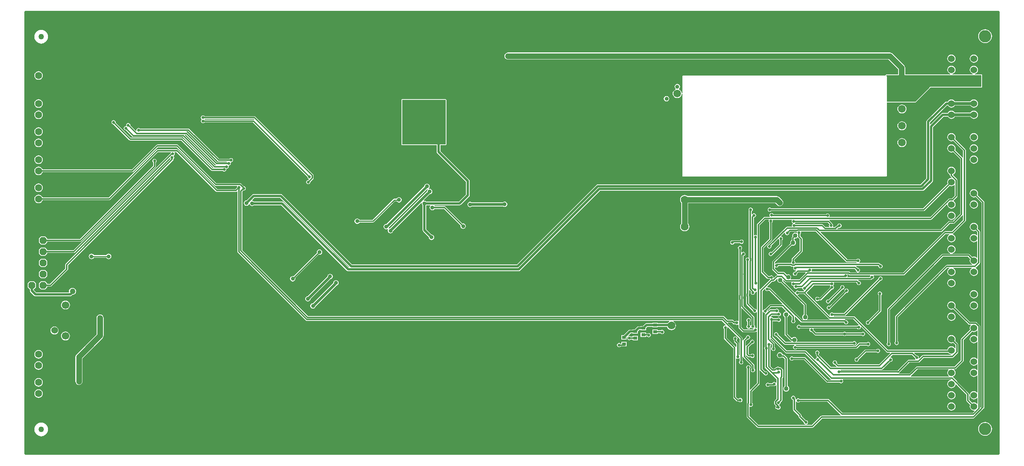
<source format=gbl>
G04 Layer_Physical_Order=2*
G04 Layer_Color=16711680*
%FSLAX44Y44*%
%MOMM*%
G71*
G01*
G75*
%ADD13R,0.9000X0.7000*%
%ADD29C,0.3048*%
%ADD30C,0.2540*%
%ADD31C,1.2700*%
%ADD32C,0.6096*%
%ADD33C,0.5080*%
%ADD34C,1.3000*%
%ADD35C,0.6350*%
%ADD36C,2.7000*%
%ADD37C,1.7240*%
%ADD38C,1.5240*%
%ADD39C,2.8000*%
%ADD40C,1.6000*%
%ADD41P,1.7046X8X112.5*%
%ADD42C,1.7000*%
%ADD43C,1.2700*%
%ADD44C,0.6350*%
%ADD45C,0.9000*%
%ADD46C,0.9144*%
%ADD47C,1.0160*%
%ADD48C,1.7780*%
G36*
X3215640Y1524000D02*
X1016000D01*
Y2523998D01*
X3215640D01*
Y1524000D01*
D02*
G37*
%LPC*%
G36*
X3185160Y2484963D02*
X3182122Y2484664D01*
X3179200Y2483777D01*
X3176507Y2482338D01*
X3174147Y2480401D01*
X3172210Y2478041D01*
X3170771Y2475348D01*
X3169884Y2472426D01*
X3169585Y2469388D01*
X3169884Y2466349D01*
X3170771Y2463428D01*
X3172210Y2460735D01*
X3174147Y2458375D01*
X3176507Y2456438D01*
X3179200Y2454999D01*
X3182122Y2454112D01*
X3185160Y2453813D01*
X3188199Y2454112D01*
X3191120Y2454999D01*
X3193813Y2456438D01*
X3196173Y2458375D01*
X3198110Y2460735D01*
X3199549Y2463428D01*
X3200436Y2466349D01*
X3200735Y2469388D01*
X3200436Y2472426D01*
X3199549Y2475348D01*
X3198110Y2478041D01*
X3196173Y2480401D01*
X3193813Y2482338D01*
X3191120Y2483777D01*
X3188199Y2484664D01*
X3185160Y2484963D01*
D02*
G37*
G36*
X1051560Y2483663D02*
X1048527Y2483364D01*
X1045611Y2482480D01*
X1042924Y2481043D01*
X1040568Y2479110D01*
X1038635Y2476754D01*
X1037198Y2474067D01*
X1036314Y2471151D01*
X1036015Y2468118D01*
X1036314Y2465085D01*
X1037198Y2462169D01*
X1038635Y2459482D01*
X1040568Y2457126D01*
X1042924Y2455193D01*
X1045611Y2453756D01*
X1048527Y2452872D01*
X1051560Y2452573D01*
X1054593Y2452872D01*
X1057509Y2453756D01*
X1060196Y2455193D01*
X1062552Y2457126D01*
X1064485Y2459482D01*
X1065922Y2462169D01*
X1066806Y2465085D01*
X1067105Y2468118D01*
X1066806Y2471151D01*
X1065922Y2474067D01*
X1064485Y2476754D01*
X1062552Y2479110D01*
X1060196Y2481043D01*
X1057509Y2482480D01*
X1054593Y2483364D01*
X1051560Y2483663D01*
D02*
G37*
G36*
X3159760Y2427787D02*
X3157379Y2427473D01*
X3155161Y2426554D01*
X3153256Y2425092D01*
X3151794Y2423187D01*
X3150875Y2420969D01*
X3150561Y2418588D01*
X3150875Y2416207D01*
X3151794Y2413989D01*
X3153256Y2412083D01*
X3155161Y2410622D01*
X3157379Y2409703D01*
X3159760Y2409389D01*
X3162141Y2409703D01*
X3164359Y2410622D01*
X3166265Y2412083D01*
X3167726Y2413989D01*
X3168645Y2416207D01*
X3168959Y2418588D01*
X3168645Y2420969D01*
X3167726Y2423187D01*
X3166265Y2425092D01*
X3164359Y2426554D01*
X3162141Y2427473D01*
X3159760Y2427787D01*
D02*
G37*
G36*
X3108960D02*
X3106579Y2427473D01*
X3104361Y2426554D01*
X3102455Y2425092D01*
X3100994Y2423187D01*
X3100075Y2420969D01*
X3099761Y2418588D01*
X3100075Y2416207D01*
X3100994Y2413989D01*
X3102455Y2412083D01*
X3104361Y2410622D01*
X3106579Y2409703D01*
X3108960Y2409389D01*
X3111341Y2409703D01*
X3113559Y2410622D01*
X3115464Y2412083D01*
X3116926Y2413989D01*
X3117845Y2416207D01*
X3118159Y2418588D01*
X3117845Y2420969D01*
X3116926Y2423187D01*
X3115464Y2425092D01*
X3113559Y2426554D01*
X3111341Y2427473D01*
X3108960Y2427787D01*
D02*
G37*
G36*
X2970022Y2432499D02*
X2106676D01*
X2104588Y2432224D01*
X2102641Y2431418D01*
X2100970Y2430136D01*
X2099688Y2428465D01*
X2098882Y2426518D01*
X2098607Y2424430D01*
X2098882Y2422342D01*
X2099688Y2420396D01*
X2100970Y2418724D01*
X2102641Y2417442D01*
X2104588Y2416636D01*
X2106676Y2416361D01*
X2966680D01*
X2988369Y2394672D01*
Y2383128D01*
X2962509D01*
X2962390Y2383078D01*
X2962266Y2383109D01*
X2961830Y2382847D01*
X2961361Y2382652D01*
X2961312Y2382533D01*
X2961202Y2382467D01*
X2960266Y2381197D01*
X2960236Y2381073D01*
X2960138Y2380992D01*
X2960090Y2380485D01*
X2959987Y2380066D01*
X2502200D01*
X2501052Y2379590D01*
X2500576Y2378442D01*
Y2340292D01*
X2499306Y2340209D01*
X2499059Y2342084D01*
X2498040Y2344546D01*
X2496418Y2346660D01*
X2494304Y2348282D01*
X2493100Y2348781D01*
X2492959Y2350214D01*
X2493780Y2350762D01*
X2495106Y2352747D01*
X2495571Y2355088D01*
X2495106Y2357429D01*
X2493780Y2359414D01*
X2491795Y2360740D01*
X2489454Y2361205D01*
X2487113Y2360740D01*
X2485128Y2359414D01*
X2483802Y2357429D01*
X2483336Y2355088D01*
X2483802Y2352747D01*
X2485128Y2350762D01*
X2485755Y2350343D01*
X2485614Y2348910D01*
X2484096Y2348282D01*
X2481982Y2346660D01*
X2480360Y2344546D01*
X2479341Y2342084D01*
X2478993Y2339442D01*
X2479341Y2336800D01*
X2480360Y2334338D01*
X2481982Y2332224D01*
X2484096Y2330602D01*
X2486558Y2329583D01*
X2489200Y2329235D01*
X2491842Y2329583D01*
X2494304Y2330602D01*
X2496418Y2332224D01*
X2498040Y2334338D01*
X2499059Y2336800D01*
X2499306Y2338676D01*
X2500576Y2338592D01*
Y2153442D01*
X2501052Y2152294D01*
X2502200Y2151818D01*
X2961200D01*
X2962348Y2152294D01*
X2962823Y2153442D01*
Y2319428D01*
X3027172D01*
X3028320Y2319904D01*
X3059816Y2351400D01*
X3061372Y2352956D01*
X3176778D01*
X3177926Y2353432D01*
X3178401Y2354580D01*
Y2381399D01*
X3178278Y2381697D01*
X3178278Y2382020D01*
X3178050Y2382248D01*
X3177926Y2382547D01*
X3177628Y2382670D01*
X3177399Y2382899D01*
X3177145Y2383004D01*
X3176823Y2383004D01*
X3176524Y2383128D01*
X3162452D01*
X3162141Y2384303D01*
X3164359Y2385222D01*
X3166265Y2386684D01*
X3167726Y2388589D01*
X3168645Y2390807D01*
X3168959Y2393188D01*
X3168645Y2395569D01*
X3167726Y2397787D01*
X3166265Y2399693D01*
X3164359Y2401154D01*
X3162141Y2402073D01*
X3159760Y2402387D01*
X3157379Y2402073D01*
X3155161Y2401154D01*
X3153256Y2399693D01*
X3151794Y2397787D01*
X3150875Y2395569D01*
X3150561Y2393188D01*
X3150875Y2390807D01*
X3151794Y2388589D01*
X3153256Y2386684D01*
X3155161Y2385222D01*
X3157379Y2384303D01*
X3157068Y2383128D01*
X3111652D01*
X3111341Y2384303D01*
X3113559Y2385222D01*
X3115464Y2386684D01*
X3116926Y2388589D01*
X3117845Y2390807D01*
X3118159Y2393188D01*
X3117845Y2395569D01*
X3116926Y2397787D01*
X3115464Y2399693D01*
X3113559Y2401154D01*
X3111341Y2402073D01*
X3108960Y2402387D01*
X3106579Y2402073D01*
X3104361Y2401154D01*
X3102455Y2399693D01*
X3100994Y2397787D01*
X3100075Y2395569D01*
X3099761Y2393188D01*
X3100075Y2390807D01*
X3100994Y2388589D01*
X3102455Y2386684D01*
X3104361Y2385222D01*
X3106579Y2384303D01*
X3106268Y2383128D01*
X3004507D01*
Y2398014D01*
X3004232Y2400102D01*
X3003426Y2402048D01*
X3002144Y2403720D01*
X2975728Y2430136D01*
X2974056Y2431418D01*
X2972110Y2432224D01*
X2970022Y2432499D01*
D02*
G37*
G36*
X1045464Y2390070D02*
X1042984Y2389743D01*
X1040673Y2388786D01*
X1038689Y2387263D01*
X1037166Y2385279D01*
X1036208Y2382968D01*
X1035882Y2380488D01*
X1036208Y2378008D01*
X1037166Y2375697D01*
X1038689Y2373712D01*
X1040673Y2372190D01*
X1042984Y2371232D01*
X1045464Y2370906D01*
X1047944Y2371232D01*
X1050255Y2372190D01*
X1052240Y2373712D01*
X1053762Y2375697D01*
X1054719Y2378008D01*
X1055046Y2380488D01*
X1054719Y2382968D01*
X1053762Y2385279D01*
X1052240Y2387263D01*
X1050255Y2388786D01*
X1047944Y2389743D01*
X1045464Y2390070D01*
D02*
G37*
G36*
X3159760Y2326187D02*
X3157379Y2325873D01*
X3155161Y2324954D01*
X3153256Y2323492D01*
X3151922Y2321755D01*
X3116798D01*
X3115464Y2323492D01*
X3113559Y2324954D01*
X3111341Y2325873D01*
X3108960Y2326187D01*
X3106579Y2325873D01*
X3104361Y2324954D01*
X3102455Y2323492D01*
X3100994Y2321587D01*
X3100795Y2321107D01*
X3097646D01*
X3096070Y2320794D01*
X3094734Y2319901D01*
X3053747Y2278914D01*
X3052854Y2277578D01*
X3052541Y2276001D01*
Y2147176D01*
X3039504Y2134139D01*
X2309944D01*
X2308368Y2133826D01*
X2307032Y2132933D01*
X2126398Y1952299D01*
X1754306D01*
X1596001Y2110605D01*
X1594664Y2111498D01*
X1593088Y2111811D01*
X1531874D01*
X1530298Y2111498D01*
X1528961Y2110605D01*
X1515862Y2097505D01*
X1515618Y2097554D01*
X1513277Y2097088D01*
X1511292Y2095762D01*
X1509966Y2093777D01*
X1509500Y2091436D01*
X1509966Y2089095D01*
X1511292Y2087110D01*
X1513277Y2085784D01*
X1515618Y2085318D01*
X1517959Y2085784D01*
X1519944Y2087110D01*
X1521270Y2089095D01*
X1521270Y2089096D01*
X1522565D01*
X1522666Y2088587D01*
X1523992Y2086602D01*
X1525977Y2085276D01*
X1528318Y2084810D01*
X1530659Y2085276D01*
X1532644Y2086602D01*
X1532782Y2086809D01*
X1594430D01*
X1742575Y1938663D01*
X1743912Y1937770D01*
X1745488Y1937457D01*
X2130806D01*
X2132382Y1937770D01*
X2133719Y1938663D01*
X2314376Y2119321D01*
X3043936D01*
X3045512Y2119634D01*
X3046849Y2120527D01*
X3066153Y2139831D01*
X3067046Y2141168D01*
X3067359Y2142744D01*
Y2263720D01*
X3091108Y2287469D01*
X3100795D01*
X3100994Y2286989D01*
X3102455Y2285083D01*
X3104361Y2283622D01*
X3106579Y2282703D01*
X3108960Y2282389D01*
X3111341Y2282703D01*
X3113559Y2283622D01*
X3115464Y2285083D01*
X3116798Y2286821D01*
X3151922D01*
X3153256Y2285083D01*
X3155161Y2283622D01*
X3157379Y2282703D01*
X3159760Y2282389D01*
X3162141Y2282703D01*
X3164359Y2283622D01*
X3166265Y2285083D01*
X3167726Y2286989D01*
X3168645Y2289207D01*
X3168959Y2291588D01*
X3168645Y2293969D01*
X3167726Y2296187D01*
X3166265Y2298092D01*
X3164359Y2299554D01*
X3162141Y2300473D01*
X3159760Y2300787D01*
X3157379Y2300473D01*
X3155161Y2299554D01*
X3153256Y2298092D01*
X3151922Y2296355D01*
X3116798D01*
X3115464Y2298092D01*
X3113559Y2299554D01*
X3111341Y2300473D01*
X3108960Y2300787D01*
X3106579Y2300473D01*
X3104361Y2299554D01*
X3102455Y2298092D01*
X3100994Y2296187D01*
X3100795Y2295707D01*
X3089402D01*
X3087826Y2295394D01*
X3086489Y2294501D01*
X3061953Y2269964D01*
X3060779Y2270450D01*
Y2274295D01*
X3099353Y2312869D01*
X3100795D01*
X3100994Y2312389D01*
X3102455Y2310484D01*
X3104361Y2309022D01*
X3106579Y2308103D01*
X3108960Y2307789D01*
X3111341Y2308103D01*
X3113559Y2309022D01*
X3115464Y2310484D01*
X3116798Y2312221D01*
X3151922D01*
X3153256Y2310484D01*
X3155161Y2309022D01*
X3157379Y2308103D01*
X3159760Y2307789D01*
X3162141Y2308103D01*
X3164359Y2309022D01*
X3166265Y2310484D01*
X3167726Y2312389D01*
X3168645Y2314607D01*
X3168959Y2316988D01*
X3168645Y2319369D01*
X3167726Y2321587D01*
X3166265Y2323492D01*
X3164359Y2324954D01*
X3162141Y2325873D01*
X3159760Y2326187D01*
D02*
G37*
G36*
X2465070Y2333773D02*
X2462729Y2333308D01*
X2460744Y2331982D01*
X2459418Y2329997D01*
X2458952Y2327656D01*
X2459418Y2325315D01*
X2460744Y2323330D01*
X2462729Y2322004D01*
X2465070Y2321539D01*
X2467411Y2322004D01*
X2469396Y2323330D01*
X2470722Y2325315D01*
X2471187Y2327656D01*
X2470722Y2329997D01*
X2469396Y2331982D01*
X2467411Y2333308D01*
X2465070Y2333773D01*
D02*
G37*
G36*
X1045464Y2326570D02*
X1042984Y2326243D01*
X1040673Y2325286D01*
X1038689Y2323763D01*
X1037166Y2321779D01*
X1036208Y2319468D01*
X1035882Y2316988D01*
X1036208Y2314508D01*
X1037166Y2312197D01*
X1038689Y2310213D01*
X1040673Y2308690D01*
X1042984Y2307733D01*
X1045464Y2307406D01*
X1047944Y2307733D01*
X1050255Y2308690D01*
X1052240Y2310213D01*
X1053762Y2312197D01*
X1054719Y2314508D01*
X1055046Y2316988D01*
X1054719Y2319468D01*
X1053762Y2321779D01*
X1052240Y2323763D01*
X1050255Y2325286D01*
X1047944Y2326243D01*
X1045464Y2326570D01*
D02*
G37*
G36*
X2997200Y2314949D02*
X2994558Y2314601D01*
X2992096Y2313582D01*
X2989982Y2311960D01*
X2988360Y2309846D01*
X2987340Y2307384D01*
X2986993Y2304742D01*
X2987340Y2302100D01*
X2988360Y2299638D01*
X2989982Y2297524D01*
X2992096Y2295902D01*
X2994558Y2294883D01*
X2997200Y2294535D01*
X2999842Y2294883D01*
X3002304Y2295902D01*
X3004418Y2297524D01*
X3006040Y2299638D01*
X3007060Y2302100D01*
X3007407Y2304742D01*
X3007060Y2307384D01*
X3006040Y2309846D01*
X3004418Y2311960D01*
X3002304Y2313582D01*
X2999842Y2314601D01*
X2997200Y2314949D01*
D02*
G37*
G36*
X1045464Y2301170D02*
X1042984Y2300844D01*
X1040673Y2299886D01*
X1038689Y2298363D01*
X1037166Y2296379D01*
X1036208Y2294068D01*
X1035882Y2291588D01*
X1036208Y2289108D01*
X1037166Y2286797D01*
X1038689Y2284813D01*
X1040673Y2283290D01*
X1042984Y2282332D01*
X1045464Y2282006D01*
X1047944Y2282332D01*
X1050255Y2283290D01*
X1052240Y2284813D01*
X1053762Y2286797D01*
X1054719Y2289108D01*
X1055046Y2291588D01*
X1054719Y2294068D01*
X1053762Y2296379D01*
X1052240Y2298363D01*
X1050255Y2299886D01*
X1047944Y2300844D01*
X1045464Y2301170D01*
D02*
G37*
G36*
X2997200Y2276849D02*
X2994558Y2276501D01*
X2992096Y2275482D01*
X2989982Y2273860D01*
X2988360Y2271746D01*
X2987340Y2269284D01*
X2986993Y2266642D01*
X2987340Y2264000D01*
X2988360Y2261538D01*
X2989982Y2259424D01*
X2992096Y2257802D01*
X2994558Y2256783D01*
X2997200Y2256435D01*
X2999842Y2256783D01*
X3002304Y2257802D01*
X3004418Y2259424D01*
X3006040Y2261538D01*
X3007060Y2264000D01*
X3007407Y2266642D01*
X3007060Y2269284D01*
X3006040Y2271746D01*
X3004418Y2273860D01*
X3002304Y2275482D01*
X2999842Y2276501D01*
X2997200Y2276849D01*
D02*
G37*
G36*
X1045464Y2263070D02*
X1042984Y2262744D01*
X1040673Y2261786D01*
X1038689Y2260263D01*
X1037166Y2258279D01*
X1036208Y2255968D01*
X1035882Y2253488D01*
X1036208Y2251008D01*
X1037166Y2248697D01*
X1038689Y2246713D01*
X1040673Y2245190D01*
X1042984Y2244232D01*
X1045464Y2243906D01*
X1047944Y2244232D01*
X1050255Y2245190D01*
X1052240Y2246713D01*
X1053762Y2248697D01*
X1054719Y2251008D01*
X1055046Y2253488D01*
X1054719Y2255968D01*
X1053762Y2258279D01*
X1052240Y2260263D01*
X1050255Y2261786D01*
X1047944Y2262744D01*
X1045464Y2263070D01*
D02*
G37*
G36*
X3159760Y2249987D02*
X3157379Y2249673D01*
X3155161Y2248754D01*
X3153256Y2247292D01*
X3151794Y2245387D01*
X3150875Y2243169D01*
X3150561Y2240788D01*
X3150875Y2238407D01*
X3151794Y2236189D01*
X3153256Y2234283D01*
X3155161Y2232822D01*
X3157379Y2231903D01*
X3159760Y2231589D01*
X3162141Y2231903D01*
X3164359Y2232822D01*
X3166265Y2234283D01*
X3167726Y2236189D01*
X3168645Y2238407D01*
X3168959Y2240788D01*
X3168645Y2243169D01*
X3167726Y2245387D01*
X3166265Y2247292D01*
X3164359Y2248754D01*
X3162141Y2249673D01*
X3159760Y2249987D01*
D02*
G37*
G36*
X1045464Y2237670D02*
X1042984Y2237343D01*
X1040673Y2236386D01*
X1038689Y2234863D01*
X1037166Y2232879D01*
X1036208Y2230568D01*
X1035882Y2228088D01*
X1036208Y2225608D01*
X1037166Y2223297D01*
X1038689Y2221313D01*
X1040673Y2219790D01*
X1042984Y2218833D01*
X1045464Y2218506D01*
X1047944Y2218833D01*
X1050255Y2219790D01*
X1052240Y2221313D01*
X1053762Y2223297D01*
X1054719Y2225608D01*
X1055046Y2228088D01*
X1054719Y2230568D01*
X1053762Y2232879D01*
X1052240Y2234863D01*
X1050255Y2236386D01*
X1047944Y2237343D01*
X1045464Y2237670D01*
D02*
G37*
G36*
X2997200Y2238749D02*
X2994558Y2238401D01*
X2992096Y2237382D01*
X2989982Y2235760D01*
X2988360Y2233646D01*
X2987340Y2231184D01*
X2986993Y2228542D01*
X2987340Y2225900D01*
X2988360Y2223438D01*
X2989982Y2221324D01*
X2992096Y2219702D01*
X2994558Y2218683D01*
X2997200Y2218335D01*
X2999842Y2218683D01*
X3002304Y2219702D01*
X3004418Y2221324D01*
X3006040Y2223438D01*
X3007060Y2225900D01*
X3007407Y2228542D01*
X3007060Y2231184D01*
X3006040Y2233646D01*
X3004418Y2235760D01*
X3002304Y2237382D01*
X2999842Y2238401D01*
X2997200Y2238749D01*
D02*
G37*
G36*
X3159760Y2224587D02*
X3157379Y2224273D01*
X3155161Y2223354D01*
X3153256Y2221893D01*
X3151794Y2219987D01*
X3150875Y2217769D01*
X3150561Y2215388D01*
X3150875Y2213007D01*
X3151794Y2210789D01*
X3153256Y2208884D01*
X3155161Y2207422D01*
X3157379Y2206503D01*
X3159760Y2206189D01*
X3162141Y2206503D01*
X3164359Y2207422D01*
X3166265Y2208884D01*
X3167726Y2210789D01*
X3168645Y2213007D01*
X3168959Y2215388D01*
X3168645Y2217769D01*
X3167726Y2219987D01*
X3166265Y2221893D01*
X3164359Y2223354D01*
X3162141Y2224273D01*
X3159760Y2224587D01*
D02*
G37*
G36*
X3108960Y2249987D02*
X3106579Y2249673D01*
X3104361Y2248754D01*
X3102455Y2247292D01*
X3100994Y2245387D01*
X3100075Y2243169D01*
X3099761Y2240788D01*
X3100075Y2238407D01*
X3100994Y2236189D01*
X3102455Y2234283D01*
X3104361Y2232822D01*
X3106579Y2231903D01*
X3108960Y2231589D01*
X3111341Y2231903D01*
X3112857Y2232531D01*
X3135341Y2210047D01*
Y2195114D01*
X3134802Y2194787D01*
X3134071Y2194638D01*
X3117217Y2211491D01*
X3117845Y2213007D01*
X3118159Y2215388D01*
X3117845Y2217769D01*
X3116926Y2219987D01*
X3115464Y2221893D01*
X3113559Y2223354D01*
X3111341Y2224273D01*
X3108960Y2224587D01*
X3106579Y2224273D01*
X3104361Y2223354D01*
X3102455Y2221893D01*
X3100994Y2219987D01*
X3100075Y2217769D01*
X3099761Y2215388D01*
X3100075Y2213007D01*
X3100994Y2210789D01*
X3102455Y2208884D01*
X3104361Y2207422D01*
X3106579Y2206503D01*
X3108960Y2206189D01*
X3111341Y2206503D01*
X3112857Y2207131D01*
X3128991Y2190997D01*
Y2067567D01*
X3112739Y2051315D01*
X3104551D01*
X3104551Y2051315D01*
X3103371Y2051080D01*
X3102371Y2050412D01*
X3102371Y2050412D01*
X3084502Y2032543D01*
X2851617D01*
X2851131Y2033717D01*
X2852145Y2034731D01*
X2853408D01*
X2853408Y2034731D01*
X2854588Y2034966D01*
X2855588Y2035634D01*
X2855637Y2035683D01*
X2855976Y2035615D01*
X2857800Y2035978D01*
X2859347Y2037012D01*
X2860380Y2038558D01*
X2860742Y2040382D01*
X2860380Y2042206D01*
X2859347Y2043752D01*
X2857800Y2044786D01*
X2855976Y2045149D01*
X2854152Y2044786D01*
X2852606Y2043752D01*
X2851572Y2042206D01*
X2851508Y2041882D01*
X2850868Y2040898D01*
X2849688Y2040663D01*
X2848688Y2039995D01*
X2845960Y2037266D01*
X2841814D01*
X2841215Y2038386D01*
X2841330Y2038558D01*
X2841693Y2040382D01*
X2841330Y2042206D01*
X2840297Y2043752D01*
X2840009Y2043944D01*
Y2044446D01*
X2840009Y2044446D01*
X2839774Y2045626D01*
X2839106Y2046626D01*
X2839106Y2046626D01*
X2833264Y2052468D01*
X2833159Y2052539D01*
X2833544Y2053809D01*
X3062411D01*
X3062411Y2053809D01*
X3063591Y2054043D01*
X3064591Y2054712D01*
X3098649Y2088769D01*
X3099796Y2088121D01*
X3100075Y2086007D01*
X3100994Y2083789D01*
X3102455Y2081884D01*
X3104361Y2080422D01*
X3106579Y2079503D01*
X3108960Y2079189D01*
X3111341Y2079503D01*
X3113559Y2080422D01*
X3115464Y2081884D01*
X3116926Y2083789D01*
X3117845Y2086007D01*
X3118159Y2088388D01*
X3117845Y2090769D01*
X3116926Y2092987D01*
X3115464Y2094892D01*
X3114168Y2095887D01*
X3114157Y2095901D01*
X3114008Y2097387D01*
X3114062Y2097511D01*
X3121784Y2105234D01*
X3121784Y2105234D01*
X3122452Y2106234D01*
X3122687Y2107414D01*
Y2143597D01*
X3122452Y2144777D01*
X3121784Y2145777D01*
X3121784Y2145777D01*
X3112679Y2154882D01*
X3112977Y2156380D01*
X3113559Y2156622D01*
X3115464Y2158083D01*
X3116926Y2159989D01*
X3117845Y2162207D01*
X3118159Y2164588D01*
X3117845Y2166969D01*
X3116926Y2169187D01*
X3115464Y2171093D01*
X3113559Y2172554D01*
X3111341Y2173473D01*
X3108960Y2173787D01*
X3106579Y2173473D01*
X3104361Y2172554D01*
X3102455Y2171093D01*
X3100994Y2169187D01*
X3100075Y2166969D01*
X3099761Y2164588D01*
X3100075Y2162207D01*
X3100994Y2159989D01*
X3102455Y2158083D01*
X3104361Y2156622D01*
X3105877Y2155994D01*
Y2154241D01*
X3105877Y2154241D01*
X3106111Y2153061D01*
X3106780Y2152061D01*
X3109341Y2149499D01*
X3108693Y2148351D01*
X3106579Y2148073D01*
X3104361Y2147154D01*
X3102455Y2145692D01*
X3100994Y2143787D01*
X3100075Y2141569D01*
X3099761Y2139188D01*
X3100075Y2136807D01*
X3100703Y2135291D01*
X3045199Y2079787D01*
X2702058D01*
X2701866Y2080074D01*
X2700320Y2081108D01*
X2698496Y2081471D01*
X2696672Y2081108D01*
X2695125Y2080074D01*
X2694092Y2078528D01*
X2693729Y2076704D01*
X2694092Y2074880D01*
X2695125Y2073333D01*
X2696672Y2072300D01*
X2698496Y2071937D01*
X2700320Y2072300D01*
X2701866Y2073333D01*
X2702058Y2073621D01*
X3046476D01*
X3046476Y2073621D01*
X3047656Y2073855D01*
X3048656Y2074524D01*
X3105063Y2130931D01*
X3106579Y2130303D01*
X3108960Y2129989D01*
X3111341Y2130303D01*
X3113559Y2131222D01*
X3115251Y2132520D01*
X3116521Y2132166D01*
Y2108691D01*
X3109945Y2102115D01*
X3104551D01*
X3104551Y2102115D01*
X3103371Y2101880D01*
X3102371Y2101212D01*
X3061134Y2059975D01*
X2833839D01*
X2833240Y2061095D01*
X2833456Y2061418D01*
X2833819Y2063242D01*
X2833456Y2065066D01*
X2832422Y2066613D01*
X2830876Y2067646D01*
X2829052Y2068009D01*
X2827228Y2067646D01*
X2825681Y2066613D01*
X2825490Y2066325D01*
X2706547D01*
X2705677Y2067628D01*
X2704130Y2068662D01*
X2702306Y2069025D01*
X2700482Y2068662D01*
X2698936Y2067628D01*
X2697902Y2066082D01*
X2697539Y2064258D01*
X2697902Y2062434D01*
X2698628Y2061348D01*
X2698035Y2060078D01*
X2687169D01*
X2685989Y2059843D01*
X2684989Y2059175D01*
X2684989Y2059175D01*
X2670408Y2044594D01*
X2669739Y2043594D01*
X2669505Y2042414D01*
X2669505Y2042414D01*
Y2019272D01*
X2668235Y2018593D01*
X2667808Y2018878D01*
X2665984Y2019241D01*
X2664160Y2018878D01*
X2663837Y2018662D01*
X2662717Y2019261D01*
Y2058736D01*
X2664506Y2059092D01*
X2666053Y2060125D01*
X2667086Y2061672D01*
X2667449Y2063496D01*
X2667086Y2065320D01*
X2666053Y2066866D01*
X2664506Y2067900D01*
X2662682Y2068263D01*
X2660858Y2067900D01*
X2659312Y2066866D01*
X2658653Y2065881D01*
X2657383Y2066267D01*
Y2072463D01*
X2658687Y2073333D01*
X2659720Y2074880D01*
X2660083Y2076704D01*
X2659720Y2078528D01*
X2658687Y2080074D01*
X2657140Y2081108D01*
X2655316Y2081471D01*
X2653492Y2081108D01*
X2651945Y2080074D01*
X2650912Y2078528D01*
X2650549Y2076704D01*
X2650912Y2074880D01*
X2651217Y2074424D01*
Y1968610D01*
X2649947Y1967890D01*
X2648458Y1968187D01*
X2646634Y1967824D01*
X2645088Y1966790D01*
X2644054Y1965244D01*
X2643691Y1963420D01*
X2644054Y1961596D01*
X2645088Y1960049D01*
X2645121Y1960027D01*
Y1887467D01*
X2644745Y1886904D01*
X2644510Y1885724D01*
X2644510Y1885724D01*
Y1880588D01*
X2644510Y1880588D01*
X2644745Y1879408D01*
X2645121Y1878845D01*
Y1863598D01*
X2645121Y1863598D01*
X2645356Y1862418D01*
X2646024Y1861418D01*
X2659507Y1847935D01*
X2659439Y1847596D01*
X2659802Y1845772D01*
X2660836Y1844225D01*
X2662382Y1843192D01*
X2664206Y1842829D01*
X2666030Y1843192D01*
X2667577Y1844225D01*
X2668338Y1845365D01*
X2669608Y1844980D01*
Y1809388D01*
X2668488Y1808789D01*
X2668062Y1809074D01*
X2666238Y1809437D01*
X2665548Y1809299D01*
X2664784Y1810442D01*
X2664800Y1810466D01*
X2665163Y1812290D01*
X2664800Y1814114D01*
X2663766Y1815661D01*
X2663479Y1815852D01*
Y1832864D01*
X2663245Y1834044D01*
X2662576Y1835044D01*
X2662576Y1835044D01*
X2638587Y1859033D01*
Y1874897D01*
X2638587Y1874897D01*
X2638484Y1875415D01*
Y1879721D01*
X2638587Y1880239D01*
X2638587Y1880239D01*
Y1971868D01*
X2640376Y1972224D01*
X2641923Y1973257D01*
X2642956Y1974804D01*
X2643318Y1976628D01*
X2642956Y1978452D01*
X2641923Y1979998D01*
X2640376Y1981032D01*
X2638552Y1981395D01*
X2636728Y1981032D01*
X2635309Y1980084D01*
X2634722Y1980231D01*
X2634039Y1980575D01*
Y1986628D01*
X2634557Y1986974D01*
X2635590Y1988520D01*
X2635952Y1990344D01*
X2635590Y1992168D01*
X2634557Y1993714D01*
X2633010Y1994748D01*
X2631186Y1995111D01*
X2629362Y1994748D01*
X2627816Y1993714D01*
X2626782Y1992168D01*
X2626419Y1990344D01*
X2626782Y1988520D01*
X2627816Y1986974D01*
X2627873Y1986935D01*
Y1882537D01*
X2627770Y1882020D01*
X2627770Y1882019D01*
Y1873117D01*
X2627770Y1873116D01*
X2627873Y1872599D01*
Y1825030D01*
X2626603Y1824351D01*
X2625898Y1824822D01*
X2624074Y1825185D01*
X2622250Y1824822D01*
X2620703Y1823788D01*
X2620511Y1823501D01*
X2618747D01*
X2615840Y1826408D01*
X2614840Y1827077D01*
X2613660Y1827311D01*
X2613660Y1827311D01*
X2602827D01*
X2595372Y1834766D01*
X2594372Y1835435D01*
X2593192Y1835669D01*
X2593192Y1835669D01*
X1655095D01*
X1505747Y1985017D01*
Y2117083D01*
X1508929Y2120265D01*
X1509268Y2120197D01*
X1511092Y2120560D01*
X1512639Y2121593D01*
X1513672Y2123140D01*
X1514035Y2124964D01*
X1513672Y2126788D01*
X1512639Y2128335D01*
X1511092Y2129368D01*
X1509875Y2129610D01*
X1503602Y2135883D01*
X1502602Y2136552D01*
X1501422Y2136786D01*
X1501422Y2136786D01*
X1447450D01*
X1361080Y2223156D01*
X1360080Y2223824D01*
X1358900Y2224059D01*
X1358900Y2224059D01*
X1313942D01*
X1313942Y2224059D01*
X1312762Y2223824D01*
X1311762Y2223156D01*
X1311762Y2223156D01*
X1256277Y2167671D01*
X1054470D01*
X1053762Y2169379D01*
X1052240Y2171363D01*
X1050255Y2172886D01*
X1047944Y2173844D01*
X1045464Y2174170D01*
X1042984Y2173844D01*
X1040673Y2172886D01*
X1038689Y2171363D01*
X1037166Y2169379D01*
X1036208Y2167068D01*
X1035882Y2164588D01*
X1036208Y2162108D01*
X1037166Y2159797D01*
X1038689Y2157812D01*
X1040673Y2156290D01*
X1042984Y2155332D01*
X1045464Y2155006D01*
X1047944Y2155332D01*
X1050255Y2156290D01*
X1052240Y2157812D01*
X1053762Y2159797D01*
X1054470Y2161505D01*
X1257554D01*
X1257554Y2161505D01*
X1258734Y2161740D01*
X1259734Y2162408D01*
X1315219Y2217893D01*
X1357623D01*
X1443993Y2131523D01*
X1444993Y2130854D01*
X1446173Y2130620D01*
X1446173Y2130620D01*
X1493966D01*
X1494565Y2129500D01*
X1494450Y2129328D01*
X1494087Y2127504D01*
X1494155Y2127165D01*
X1490211Y2123221D01*
X1449839D01*
X1360826Y2212234D01*
X1359826Y2212903D01*
X1358646Y2213137D01*
X1358646Y2213137D01*
X1314450D01*
X1313270Y2212903D01*
X1312270Y2212234D01*
X1312270Y2212234D01*
X1204207Y2104171D01*
X1054470D01*
X1053762Y2105879D01*
X1052240Y2107863D01*
X1050255Y2109386D01*
X1047944Y2110343D01*
X1045464Y2110670D01*
X1042984Y2110343D01*
X1040673Y2109386D01*
X1038689Y2107863D01*
X1037166Y2105879D01*
X1036208Y2103568D01*
X1035882Y2101088D01*
X1036208Y2098608D01*
X1037166Y2096297D01*
X1038689Y2094312D01*
X1040673Y2092790D01*
X1042984Y2091832D01*
X1045464Y2091506D01*
X1047944Y2091832D01*
X1050255Y2092790D01*
X1052240Y2094312D01*
X1053762Y2096297D01*
X1054470Y2098005D01*
X1205484D01*
X1205484Y2098005D01*
X1206664Y2098239D01*
X1207664Y2098908D01*
X1315727Y2206971D01*
X1344282D01*
X1344961Y2205701D01*
X1344717Y2205336D01*
X1344397Y2205122D01*
X1344397Y2205122D01*
X1124066Y1984791D01*
X1064744D01*
Y1986395D01*
X1060057Y1991082D01*
X1050683D01*
X1045996Y1986395D01*
Y1977021D01*
X1050683Y1972334D01*
X1060057D01*
X1064744Y1977021D01*
Y1978625D01*
X1125343D01*
X1125343Y1978625D01*
X1126523Y1978860D01*
X1127523Y1979528D01*
X1341557Y2193561D01*
X1342772Y2193192D01*
X1342812Y2192990D01*
X1343846Y2191443D01*
X1343864Y2191251D01*
X1106784Y1954170D01*
X1106115Y1953170D01*
X1105881Y1951990D01*
X1105881Y1951990D01*
Y1943107D01*
X1071365Y1908591D01*
X1064744D01*
Y1910195D01*
X1060057Y1914882D01*
X1050683D01*
X1045996Y1910195D01*
Y1900821D01*
X1050683Y1896134D01*
X1060057D01*
X1064744Y1900821D01*
Y1902425D01*
X1072642D01*
X1072642Y1902425D01*
X1073822Y1902659D01*
X1074822Y1903328D01*
X1111144Y1939650D01*
X1111144Y1939650D01*
X1111813Y1940650D01*
X1112047Y1941830D01*
Y1950713D01*
X1349396Y2188062D01*
X1349396Y2188062D01*
X1350065Y2189062D01*
X1350299Y2190242D01*
Y2191252D01*
X1350587Y2191443D01*
X1351620Y2192990D01*
X1351983Y2194814D01*
X1351620Y2196638D01*
X1351068Y2197464D01*
X1350680Y2198290D01*
X1351392Y2199091D01*
X1352110Y2199572D01*
X1353144Y2201118D01*
X1353507Y2202942D01*
X1353144Y2204766D01*
X1352519Y2205701D01*
X1353198Y2206971D01*
X1357369D01*
X1446382Y2117958D01*
X1447382Y2117289D01*
X1448562Y2117055D01*
X1448562Y2117055D01*
X1491488D01*
X1491488Y2117055D01*
X1492668Y2117289D01*
X1493668Y2117958D01*
X1493859Y2118149D01*
X1495033Y2117663D01*
Y1981856D01*
X1495033Y1981856D01*
X1495267Y1980676D01*
X1495936Y1979676D01*
X1649754Y1825858D01*
X1649754Y1825858D01*
X1650754Y1825190D01*
X1651934Y1824955D01*
X2471193D01*
X2471445Y1823685D01*
X2470752Y1823398D01*
X2468582Y1821732D01*
X2466916Y1819562D01*
X2466823Y1819337D01*
X2445416D01*
Y1820218D01*
X2433416D01*
Y1819337D01*
X2419350D01*
X2417774Y1819024D01*
X2416437Y1818131D01*
X2411667Y1813360D01*
X2406492D01*
Y1812479D01*
X2401570D01*
X2399994Y1812166D01*
X2398657Y1811273D01*
X2393125Y1805740D01*
X2387950D01*
Y1804859D01*
X2382012D01*
X2380436Y1804546D01*
X2379099Y1803653D01*
X2367725Y1792278D01*
X2362550D01*
Y1782278D01*
X2374550D01*
Y1787453D01*
X2375607Y1788510D01*
X2376594Y1787700D01*
X2376592Y1787698D01*
X2376229Y1785874D01*
X2376592Y1784050D01*
X2377625Y1782504D01*
X2379172Y1781470D01*
X2380996Y1781107D01*
X2382820Y1781470D01*
X2384366Y1782504D01*
X2384558Y1782791D01*
X2387950D01*
Y1780740D01*
X2399950D01*
Y1790740D01*
X2387950D01*
Y1788957D01*
X2384558D01*
X2384366Y1789245D01*
X2382820Y1790278D01*
X2380996Y1790641D01*
X2379172Y1790278D01*
X2379170Y1790276D01*
X2378360Y1791263D01*
X2383718Y1796621D01*
X2387950D01*
Y1795740D01*
X2399950D01*
Y1800915D01*
X2403276Y1804241D01*
X2406492D01*
Y1803360D01*
X2418492D01*
Y1808535D01*
X2421056Y1811099D01*
X2433416D01*
Y1810218D01*
X2445416D01*
Y1811099D01*
X2466081D01*
X2466916Y1809082D01*
X2468582Y1806912D01*
X2470752Y1805246D01*
X2473280Y1804199D01*
X2475992Y1803842D01*
X2478704Y1804199D01*
X2481232Y1805246D01*
X2483402Y1806912D01*
X2485068Y1809082D01*
X2486115Y1811610D01*
X2486472Y1814322D01*
X2486115Y1817034D01*
X2485068Y1819562D01*
X2483402Y1821732D01*
X2481232Y1823398D01*
X2480539Y1823685D01*
X2480791Y1824955D01*
X2590031D01*
X2599171Y1815815D01*
X2598545Y1814645D01*
X2597912Y1814771D01*
X2596088Y1814408D01*
X2594542Y1813374D01*
X2593508Y1811828D01*
X2593145Y1810004D01*
X2593508Y1808180D01*
X2594542Y1806633D01*
X2594829Y1806442D01*
Y1785620D01*
X2594829Y1785620D01*
X2595063Y1784440D01*
X2595732Y1783440D01*
X2615911Y1763261D01*
Y1651762D01*
X2615911Y1651762D01*
X2616146Y1650582D01*
X2616814Y1649582D01*
X2622886Y1643510D01*
X2622886Y1643510D01*
X2623886Y1642841D01*
X2625066Y1642607D01*
X2625066Y1642607D01*
X2628149D01*
X2628341Y1642319D01*
X2629888Y1641286D01*
X2631712Y1640923D01*
X2633536Y1641286D01*
X2635082Y1642319D01*
X2636115Y1643866D01*
X2636478Y1645690D01*
X2636115Y1647514D01*
X2635082Y1649061D01*
X2633536Y1650094D01*
X2631712Y1650457D01*
X2629888Y1650094D01*
X2628341Y1649061D01*
X2628149Y1648773D01*
X2626343D01*
X2622077Y1653039D01*
Y1739082D01*
X2623347Y1739761D01*
X2624028Y1739306D01*
X2625852Y1738943D01*
X2627676Y1739306D01*
X2629222Y1740340D01*
X2629373Y1740564D01*
X2630643Y1740179D01*
Y1734826D01*
X2630356Y1734635D01*
X2629322Y1733088D01*
X2628959Y1731264D01*
X2629322Y1729440D01*
X2630356Y1727894D01*
X2631902Y1726860D01*
X2633726Y1726497D01*
X2635550Y1726860D01*
X2637097Y1727894D01*
X2638130Y1729440D01*
X2638493Y1731264D01*
X2638130Y1733088D01*
X2637097Y1734635D01*
X2636809Y1734826D01*
Y1743231D01*
X2638079Y1743356D01*
X2638243Y1742530D01*
X2638912Y1741530D01*
X2657313Y1723129D01*
Y1717046D01*
X2657025Y1716855D01*
X2655992Y1715308D01*
X2655629Y1713484D01*
X2655992Y1711660D01*
X2657025Y1710114D01*
X2658572Y1709080D01*
X2660396Y1708717D01*
X2662220Y1709080D01*
X2663766Y1710114D01*
X2664800Y1711660D01*
X2665163Y1713484D01*
X2664800Y1715308D01*
X2663766Y1716855D01*
X2663479Y1717046D01*
Y1724406D01*
X2663245Y1725586D01*
X2662576Y1726586D01*
X2662576Y1726586D01*
X2644175Y1744987D01*
Y1746458D01*
X2644714Y1746785D01*
X2645445Y1746934D01*
X2648818Y1743562D01*
X2648818Y1743562D01*
X2649818Y1742894D01*
X2650998Y1742659D01*
X2650998Y1742659D01*
X2655564D01*
X2655756Y1742372D01*
X2657302Y1741338D01*
X2659126Y1740975D01*
X2660950Y1741338D01*
X2662497Y1742372D01*
X2663530Y1743918D01*
X2663893Y1745742D01*
X2663530Y1747566D01*
X2662497Y1749113D01*
X2660950Y1750146D01*
X2659126Y1750509D01*
X2657302Y1750146D01*
X2655756Y1749113D01*
X2655564Y1748825D01*
X2652275D01*
X2650525Y1750575D01*
Y1764785D01*
X2658533Y1772793D01*
X2658872Y1772725D01*
X2660696Y1773088D01*
X2662242Y1774122D01*
X2663276Y1775668D01*
X2663639Y1777492D01*
X2663276Y1779316D01*
X2662242Y1780862D01*
X2660696Y1781896D01*
X2658872Y1782259D01*
X2657048Y1781896D01*
X2655501Y1780862D01*
X2654468Y1779316D01*
X2654106Y1777492D01*
X2654173Y1777153D01*
X2645445Y1768426D01*
X2644714Y1768575D01*
X2644175Y1768902D01*
Y1778755D01*
X2648457Y1783037D01*
X2649220Y1782885D01*
X2651044Y1783248D01*
X2652591Y1784281D01*
X2653624Y1785828D01*
X2653987Y1787652D01*
X2653624Y1789476D01*
X2652591Y1791022D01*
X2651044Y1792056D01*
X2649220Y1792419D01*
X2647396Y1792056D01*
X2645850Y1791022D01*
X2644816Y1789476D01*
X2644479Y1787779D01*
X2638912Y1782212D01*
X2638243Y1781212D01*
X2638079Y1780386D01*
X2636809Y1780511D01*
Y1785620D01*
X2636809Y1785620D01*
X2636574Y1786800D01*
X2635906Y1787800D01*
X2635906Y1787800D01*
X2603735Y1819971D01*
X2604221Y1821145D01*
X2612383D01*
X2615290Y1818238D01*
X2616290Y1817569D01*
X2617470Y1817335D01*
X2617470Y1817335D01*
X2620511D01*
X2620703Y1817047D01*
X2622250Y1816014D01*
X2624074Y1815651D01*
X2625898Y1816014D01*
X2626603Y1816485D01*
X2627873Y1815806D01*
Y1809726D01*
X2627873Y1809726D01*
X2628108Y1808546D01*
X2628776Y1807546D01*
X2636372Y1799950D01*
X2636372Y1799950D01*
X2637372Y1799281D01*
X2638552Y1799047D01*
X2638552Y1799047D01*
X2664206D01*
X2665386Y1799281D01*
X2666350Y1799926D01*
X2668062Y1800266D01*
X2668488Y1800551D01*
X2669608Y1799952D01*
Y1684384D01*
X2654335Y1669112D01*
X2653065Y1669638D01*
Y1716018D01*
X2653352Y1716210D01*
X2654386Y1717756D01*
X2654749Y1719580D01*
X2654386Y1721404D01*
X2653352Y1722950D01*
X2651806Y1723984D01*
X2649982Y1724347D01*
X2648158Y1723984D01*
X2646612Y1722950D01*
X2645578Y1721404D01*
X2645215Y1719580D01*
X2645578Y1717756D01*
X2646612Y1716210D01*
X2646899Y1716018D01*
Y1639563D01*
X2646523Y1639000D01*
X2646288Y1637820D01*
X2646288Y1637820D01*
Y1608431D01*
X2646288Y1608431D01*
X2646523Y1607251D01*
X2647191Y1606251D01*
X2669646Y1583796D01*
X2669646Y1583796D01*
X2670646Y1583127D01*
X2671826Y1582893D01*
X2671826Y1582893D01*
X2794508D01*
X2794508Y1582893D01*
X2795688Y1583127D01*
X2796688Y1583796D01*
X2817121Y1604229D01*
X3158490D01*
X3158490Y1604229D01*
X3159670Y1604464D01*
X3160670Y1605132D01*
X3162307Y1606769D01*
X3162554Y1606934D01*
X3182514Y1626894D01*
X3182514Y1626894D01*
X3183182Y1627894D01*
X3183417Y1629074D01*
X3183417Y1629074D01*
Y2093214D01*
X3183417Y2093214D01*
X3183182Y2094394D01*
X3182514Y2095394D01*
X3168017Y2109891D01*
X3168645Y2111407D01*
X3168959Y2113788D01*
X3168645Y2116169D01*
X3167726Y2118387D01*
X3166265Y2120293D01*
X3164359Y2121754D01*
X3162141Y2122673D01*
X3159760Y2122987D01*
X3157379Y2122673D01*
X3155161Y2121754D01*
X3153256Y2120293D01*
X3151794Y2118387D01*
X3150875Y2116169D01*
X3150561Y2113788D01*
X3150875Y2111407D01*
X3151794Y2109189D01*
X3153256Y2107283D01*
X3155161Y2105822D01*
X3157379Y2104903D01*
X3159760Y2104589D01*
X3162141Y2104903D01*
X3163657Y2105531D01*
X3177251Y2091937D01*
Y1630351D01*
X3175446Y1628547D01*
X3174273Y1629033D01*
Y1812611D01*
X3174273Y1812611D01*
X3174038Y1813791D01*
X3173370Y1814791D01*
X3173370Y1814791D01*
X3166349Y1821812D01*
X3165349Y1822480D01*
X3164169Y1822715D01*
X3164169Y1822715D01*
X3150393D01*
X3117217Y1855891D01*
X3117845Y1857407D01*
X3118159Y1859788D01*
X3117845Y1862169D01*
X3116926Y1864387D01*
X3115464Y1866293D01*
X3113559Y1867754D01*
X3111341Y1868673D01*
X3108960Y1868987D01*
X3106579Y1868673D01*
X3104361Y1867754D01*
X3102455Y1866293D01*
X3100994Y1864387D01*
X3100075Y1862169D01*
X3099761Y1859788D01*
X3100075Y1857407D01*
X3100994Y1855189D01*
X3102455Y1853284D01*
X3104361Y1851822D01*
X3106579Y1850903D01*
X3108960Y1850589D01*
X3111341Y1850903D01*
X3112857Y1851531D01*
X3146936Y1817452D01*
X3146936Y1817452D01*
X3147936Y1816783D01*
X3149116Y1816549D01*
X3149116Y1816549D01*
X3152738D01*
X3153092Y1815279D01*
X3151794Y1813587D01*
X3150875Y1811369D01*
X3150561Y1808988D01*
X3150875Y1806607D01*
X3151503Y1805091D01*
X3131164Y1784752D01*
X3130496Y1783752D01*
X3130261Y1782572D01*
X3130261Y1782572D01*
Y1735589D01*
X3116319Y1721647D01*
X3031236D01*
X3031236Y1721647D01*
X3030056Y1721413D01*
X3029056Y1720744D01*
X3029056Y1720744D01*
X3013957Y1705645D01*
X2990770D01*
X2990385Y1706915D01*
X2990490Y1706986D01*
X3013971Y1730467D01*
X3034538D01*
X3034538Y1730467D01*
X3035718Y1730701D01*
X3036718Y1731370D01*
X3046737Y1741389D01*
X3111500D01*
X3111500Y1741389D01*
X3112680Y1741624D01*
X3113680Y1742292D01*
X3123586Y1752198D01*
X3123586Y1752198D01*
X3124254Y1753198D01*
X3124489Y1754378D01*
Y1771142D01*
X3124489Y1771142D01*
X3124254Y1772322D01*
X3123586Y1773322D01*
X3123586Y1773322D01*
X3117217Y1779691D01*
X3117845Y1781207D01*
X3118159Y1783588D01*
X3117845Y1785969D01*
X3116926Y1788187D01*
X3115464Y1790092D01*
X3113559Y1791554D01*
X3111341Y1792473D01*
X3108960Y1792787D01*
X3106579Y1792473D01*
X3104361Y1791554D01*
X3102455Y1790092D01*
X3100994Y1788187D01*
X3100075Y1785969D01*
X3099761Y1783588D01*
X3100075Y1781207D01*
X3100994Y1778989D01*
X3102455Y1777083D01*
X3104361Y1775622D01*
X3106579Y1774703D01*
X3108960Y1774389D01*
X3111341Y1774703D01*
X3112857Y1775331D01*
X3118323Y1769865D01*
Y1762735D01*
X3117053Y1762482D01*
X3116926Y1762787D01*
X3115464Y1764693D01*
X3113559Y1766154D01*
X3111341Y1767073D01*
X3108960Y1767387D01*
X3106579Y1767073D01*
X3104361Y1766154D01*
X3102455Y1764693D01*
X3100994Y1762787D01*
X3100075Y1760569D01*
X3099900Y1759239D01*
X2965711D01*
X2890922Y1834028D01*
X2889922Y1834697D01*
X2888742Y1834931D01*
X2888742Y1834931D01*
X2843883D01*
X2843138Y1836201D01*
X2843156Y1836233D01*
X2843405Y1836385D01*
X2867660D01*
X2867660Y1836385D01*
X2868840Y1836620D01*
X2869840Y1837288D01*
X2948347Y1915795D01*
X2948686Y1915727D01*
X2950510Y1916090D01*
X2952057Y1917124D01*
X2953090Y1918670D01*
X2953452Y1920494D01*
X2953090Y1922318D01*
X2952057Y1923864D01*
X2950510Y1924898D01*
X2948686Y1925261D01*
X2946862Y1924898D01*
X2945316Y1923864D01*
X2944282Y1922318D01*
X2943919Y1920494D01*
X2943987Y1920155D01*
X2866383Y1842551D01*
X2842267D01*
X2842075Y1842838D01*
X2840528Y1843872D01*
X2838704Y1844235D01*
X2836880Y1843872D01*
X2835334Y1842838D01*
X2834300Y1841292D01*
X2833937Y1839468D01*
X2834300Y1837644D01*
X2834425Y1837458D01*
X2833438Y1836648D01*
X2781342Y1888744D01*
X2798071Y1905473D01*
X2834651D01*
X2835464Y1904231D01*
X2835405Y1903780D01*
X2834554Y1902506D01*
X2834191Y1900682D01*
X2834259Y1900343D01*
X2811519Y1877603D01*
X2809500D01*
X2809308Y1877890D01*
X2807762Y1878924D01*
X2805938Y1879287D01*
X2804114Y1878924D01*
X2802567Y1877890D01*
X2801534Y1876344D01*
X2801171Y1874520D01*
X2801534Y1872696D01*
X2802567Y1871149D01*
X2804114Y1870116D01*
X2805938Y1869753D01*
X2807762Y1870116D01*
X2809308Y1871149D01*
X2809500Y1871437D01*
X2812796D01*
X2812796Y1871437D01*
X2813976Y1871671D01*
X2814976Y1872340D01*
X2838619Y1895983D01*
X2838958Y1895915D01*
X2840782Y1896278D01*
X2842328Y1897312D01*
X2843362Y1898858D01*
X2843725Y1900682D01*
X2843362Y1902506D01*
X2842511Y1903780D01*
X2842402Y1904619D01*
X2842511Y1905458D01*
X2843362Y1906732D01*
X2843725Y1908556D01*
X2843362Y1910380D01*
X2843146Y1910703D01*
X2843745Y1911823D01*
X2894069D01*
X2894965Y1910927D01*
X2894897Y1910588D01*
X2895260Y1908764D01*
X2896294Y1907218D01*
X2897840Y1906184D01*
X2899664Y1905821D01*
X2901488Y1906184D01*
X2903034Y1907218D01*
X2904068Y1908764D01*
X2904431Y1910588D01*
X2904068Y1912412D01*
X2903034Y1913958D01*
X2901488Y1914992D01*
X2899664Y1915355D01*
X2899325Y1915287D01*
X2898217Y1916395D01*
X2898744Y1917665D01*
X2926080D01*
X2926080Y1917665D01*
X2927260Y1917899D01*
X2928260Y1918568D01*
X2929043Y1919351D01*
X2929382Y1919283D01*
X2931206Y1919646D01*
X2932752Y1920679D01*
X2933786Y1922226D01*
X2934149Y1924050D01*
X2933786Y1925874D01*
X2933161Y1926809D01*
X2933840Y1928079D01*
X3001264D01*
X3001264Y1928079D01*
X3002444Y1928313D01*
X3003444Y1928982D01*
X3096013Y2021551D01*
X3104413D01*
X3104666Y2020281D01*
X3104361Y2020154D01*
X3102455Y2018692D01*
X3100994Y2016787D01*
X3100075Y2014569D01*
X3099761Y2012188D01*
X3100075Y2009807D01*
X3100994Y2007589D01*
X3102455Y2005683D01*
X3104361Y2004222D01*
X3106579Y2003303D01*
X3108960Y2002989D01*
X3111341Y2003303D01*
X3113559Y2004222D01*
X3115464Y2005683D01*
X3116926Y2007589D01*
X3117845Y2009807D01*
X3118159Y2012188D01*
X3117845Y2014569D01*
X3116926Y2016787D01*
X3115464Y2018692D01*
X3113559Y2020154D01*
X3112541Y2020576D01*
X3112444Y2020966D01*
X3112507Y2021965D01*
X3113239Y2022454D01*
X3140604Y2049819D01*
X3141273Y2050819D01*
X3141507Y2051999D01*
X3141507Y2051999D01*
Y2211324D01*
X3141507Y2211324D01*
X3141273Y2212504D01*
X3140604Y2213504D01*
X3140604Y2213504D01*
X3117217Y2236891D01*
X3117845Y2238407D01*
X3118159Y2240788D01*
X3117845Y2243169D01*
X3116926Y2245387D01*
X3115464Y2247292D01*
X3113559Y2248754D01*
X3111341Y2249673D01*
X3108960Y2249987D01*
D02*
G37*
G36*
X3159760Y2199187D02*
X3157379Y2198873D01*
X3155161Y2197954D01*
X3153256Y2196492D01*
X3151794Y2194587D01*
X3150875Y2192369D01*
X3150561Y2189988D01*
X3150875Y2187607D01*
X3151794Y2185389D01*
X3153256Y2183483D01*
X3155161Y2182022D01*
X3157379Y2181103D01*
X3159760Y2180789D01*
X3162141Y2181103D01*
X3164359Y2182022D01*
X3166265Y2183483D01*
X3167726Y2185389D01*
X3168645Y2187607D01*
X3168959Y2189988D01*
X3168645Y2192369D01*
X3167726Y2194587D01*
X3166265Y2196492D01*
X3164359Y2197954D01*
X3162141Y2198873D01*
X3159760Y2199187D01*
D02*
G37*
G36*
X1045464Y2199570D02*
X1042984Y2199243D01*
X1040673Y2198286D01*
X1038689Y2196763D01*
X1037166Y2194779D01*
X1036208Y2192468D01*
X1035882Y2189988D01*
X1036208Y2187508D01*
X1037166Y2185197D01*
X1038689Y2183212D01*
X1040673Y2181690D01*
X1042984Y2180733D01*
X1045464Y2180406D01*
X1047944Y2180733D01*
X1050255Y2181690D01*
X1052240Y2183212D01*
X1053762Y2185197D01*
X1054719Y2187508D01*
X1055046Y2189988D01*
X1054719Y2192468D01*
X1053762Y2194779D01*
X1052240Y2196763D01*
X1050255Y2198286D01*
X1047944Y2199243D01*
X1045464Y2199570D01*
D02*
G37*
G36*
X1215136Y2279083D02*
X1213312Y2278720D01*
X1211766Y2277686D01*
X1210732Y2276140D01*
X1210369Y2274316D01*
X1210732Y2272492D01*
X1211766Y2270945D01*
X1213312Y2269912D01*
X1215009Y2269575D01*
X1250548Y2234036D01*
X1250548Y2234036D01*
X1251548Y2233367D01*
X1252728Y2233133D01*
X1368037D01*
X1435714Y2165456D01*
X1435714Y2165456D01*
X1436714Y2164787D01*
X1437894Y2164553D01*
X1437894Y2164553D01*
X1461510D01*
X1461702Y2164265D01*
X1463248Y2163232D01*
X1465072Y2162869D01*
X1466896Y2163232D01*
X1468443Y2164265D01*
X1469476Y2165812D01*
X1469839Y2167636D01*
X1469708Y2168293D01*
X1470806Y2169280D01*
X1472324Y2169582D01*
X1473871Y2170616D01*
X1474904Y2172162D01*
X1475267Y2173986D01*
X1475039Y2175128D01*
X1475413Y2176102D01*
X1475977Y2176426D01*
X1477325Y2176694D01*
X1478872Y2177728D01*
X1479905Y2179274D01*
X1480268Y2181098D01*
X1479935Y2182769D01*
X1480186Y2183294D01*
X1480716Y2183994D01*
X1482324Y2184314D01*
X1483870Y2185347D01*
X1484904Y2186894D01*
X1485267Y2188718D01*
X1484904Y2190542D01*
X1483870Y2192088D01*
X1482324Y2193122D01*
X1480500Y2193485D01*
X1478676Y2193122D01*
X1477130Y2192088D01*
X1476938Y2191801D01*
X1453903D01*
X1386734Y2258970D01*
X1385734Y2259639D01*
X1384554Y2259873D01*
X1384554Y2259873D01*
X1274832D01*
X1274641Y2260161D01*
X1273094Y2261194D01*
X1271270Y2261557D01*
X1269446Y2261194D01*
X1267899Y2260161D01*
X1266866Y2258614D01*
X1266503Y2256790D01*
X1266692Y2255840D01*
X1265522Y2255214D01*
X1252897Y2267839D01*
X1252923Y2267966D01*
X1252560Y2269790D01*
X1251526Y2271337D01*
X1249980Y2272370D01*
X1248156Y2272733D01*
X1246332Y2272370D01*
X1244786Y2271337D01*
X1243752Y2269790D01*
X1243389Y2267966D01*
X1243578Y2267019D01*
X1242834Y2265893D01*
X1242617Y2265834D01*
X1240998Y2265512D01*
X1239452Y2264478D01*
X1238418Y2262932D01*
X1238055Y2261108D01*
X1238418Y2259284D01*
X1239452Y2257737D01*
X1240998Y2256704D01*
X1242822Y2256341D01*
X1242949Y2256367D01*
X1257152Y2242164D01*
X1258152Y2241496D01*
X1259332Y2241261D01*
X1259332Y2241261D01*
X1371847D01*
X1441118Y2171989D01*
X1440969Y2171258D01*
X1440642Y2170719D01*
X1439171D01*
X1371494Y2238396D01*
X1370494Y2239064D01*
X1369314Y2239299D01*
X1369314Y2239299D01*
X1254005D01*
X1219751Y2273553D01*
X1219903Y2274316D01*
X1219540Y2276140D01*
X1218506Y2277686D01*
X1216960Y2278720D01*
X1215136Y2279083D01*
D02*
G37*
G36*
X1417203Y2289888D02*
X1415379Y2289525D01*
X1413833Y2288492D01*
X1412799Y2286945D01*
X1412437Y2285121D01*
X1412799Y2283297D01*
X1413833Y2281751D01*
Y2280572D01*
X1413696Y2280480D01*
X1412662Y2278934D01*
X1412299Y2277110D01*
X1412662Y2275286D01*
X1413696Y2273739D01*
X1415242Y2272706D01*
X1417066Y2272343D01*
X1418890Y2272706D01*
X1420437Y2273739D01*
X1420628Y2274027D01*
X1530089D01*
X1653159Y2150957D01*
X1653091Y2150618D01*
X1653454Y2148794D01*
X1654487Y2147247D01*
X1656034Y2146214D01*
X1656236Y2146174D01*
X1656605Y2144959D01*
X1655533Y2143887D01*
X1655195Y2143955D01*
X1653371Y2143592D01*
X1651824Y2142558D01*
X1650791Y2141012D01*
X1650428Y2139188D01*
X1650791Y2137364D01*
X1651824Y2135818D01*
X1653371Y2134784D01*
X1655195Y2134421D01*
X1657019Y2134784D01*
X1658565Y2135818D01*
X1659598Y2137364D01*
X1659961Y2139188D01*
X1659894Y2139527D01*
X1666237Y2145870D01*
X1666237Y2145870D01*
X1666906Y2146870D01*
X1667140Y2148050D01*
Y2154579D01*
X1667140Y2154579D01*
X1666906Y2155759D01*
X1666237Y2156759D01*
X1535695Y2287301D01*
X1534695Y2287970D01*
X1533515Y2288204D01*
X1533515Y2288204D01*
X1420766D01*
X1420574Y2288492D01*
X1419027Y2289525D01*
X1417203Y2289888D01*
D02*
G37*
G36*
X1045464Y2136070D02*
X1042984Y2135744D01*
X1040673Y2134786D01*
X1038689Y2133264D01*
X1037166Y2131279D01*
X1036208Y2128968D01*
X1035882Y2126488D01*
X1036208Y2124008D01*
X1037166Y2121697D01*
X1038689Y2119713D01*
X1040673Y2118190D01*
X1042984Y2117233D01*
X1045464Y2116906D01*
X1047944Y2117233D01*
X1050255Y2118190D01*
X1052240Y2119713D01*
X1053762Y2121697D01*
X1054719Y2124008D01*
X1055046Y2126488D01*
X1054719Y2128968D01*
X1053762Y2131279D01*
X1052240Y2133264D01*
X1050255Y2134786D01*
X1047944Y2135744D01*
X1045464Y2136070D01*
D02*
G37*
G36*
X1860360Y2104984D02*
X1858019Y2104518D01*
X1856034Y2103192D01*
X1854819Y2101372D01*
X1849628D01*
X1849628Y2101372D01*
X1848547Y2101157D01*
X1847631Y2100545D01*
X1847631Y2100545D01*
X1800452Y2053366D01*
X1771137D01*
X1770134Y2054868D01*
X1768149Y2056194D01*
X1765808Y2056660D01*
X1763467Y2056194D01*
X1761482Y2054868D01*
X1760156Y2052883D01*
X1759691Y2050542D01*
X1760156Y2048201D01*
X1761482Y2046216D01*
X1763467Y2044890D01*
X1765808Y2044424D01*
X1768149Y2044890D01*
X1770134Y2046216D01*
X1771137Y2047718D01*
X1801622D01*
X1801622Y2047718D01*
X1802703Y2047933D01*
X1803619Y2048545D01*
X1850798Y2095724D01*
X1855243D01*
X1856034Y2094540D01*
X1858019Y2093214D01*
X1860360Y2092748D01*
X1862701Y2093214D01*
X1864686Y2094540D01*
X1866012Y2096525D01*
X1866478Y2098866D01*
X1866012Y2101207D01*
X1864686Y2103192D01*
X1862701Y2104518D01*
X1860360Y2104984D01*
D02*
G37*
G36*
X1965589Y2326798D02*
X1867291D01*
X1866143Y2326322D01*
X1865668Y2325174D01*
Y2224278D01*
X1866143Y2223130D01*
X1867291Y2222654D01*
X1945585D01*
Y2207768D01*
X1945898Y2206192D01*
X1946791Y2204855D01*
X2011879Y2139768D01*
Y2111176D01*
X1995688Y2094985D01*
X1922226D01*
X1922088Y2095192D01*
X1920103Y2096518D01*
X1917762Y2096983D01*
X1916648Y2096762D01*
X1916022Y2097932D01*
X1929934Y2111844D01*
X1931725Y2112200D01*
X1933710Y2113526D01*
X1935036Y2115511D01*
X1935502Y2117852D01*
X1935036Y2120193D01*
X1933710Y2122178D01*
X1931725Y2123504D01*
X1929384Y2123970D01*
X1927881Y2123671D01*
X1927386Y2124867D01*
X1927804Y2125146D01*
X1929130Y2127131D01*
X1929595Y2129472D01*
X1929130Y2131813D01*
X1927804Y2133798D01*
X1925819Y2135124D01*
X1923478Y2135589D01*
X1921137Y2135124D01*
X1919152Y2133798D01*
X1917826Y2131813D01*
X1917470Y2130022D01*
X1831650Y2044202D01*
X1831594Y2044214D01*
X1829253Y2043748D01*
X1827268Y2042422D01*
X1825942Y2040437D01*
X1825477Y2038096D01*
X1825942Y2035755D01*
X1827268Y2033770D01*
X1829253Y2032444D01*
X1831594Y2031978D01*
X1833935Y2032444D01*
X1834797Y2033020D01*
X1835712Y2032104D01*
X1835340Y2031547D01*
X1834875Y2029206D01*
X1835340Y2026865D01*
X1836666Y2024880D01*
X1838651Y2023554D01*
X1840992Y2023089D01*
X1843333Y2023554D01*
X1845318Y2024880D01*
X1846644Y2026865D01*
X1847063Y2028973D01*
X1910696Y2092606D01*
X1911866Y2091980D01*
X1911644Y2090866D01*
X1912110Y2088525D01*
X1913436Y2086540D01*
X1913643Y2086402D01*
Y2030414D01*
X1913956Y2028838D01*
X1914849Y2027501D01*
X1927675Y2014676D01*
X1927585Y2014220D01*
X1928050Y2011879D01*
X1929376Y2009894D01*
X1931361Y2008568D01*
X1933702Y2008103D01*
X1936043Y2008568D01*
X1938028Y2009894D01*
X1939354Y2011879D01*
X1939819Y2014220D01*
X1939354Y2016561D01*
X1938028Y2018546D01*
X1936043Y2019872D01*
X1933702Y2020338D01*
X1933670Y2020331D01*
X1921881Y2032120D01*
Y2086402D01*
X1922088Y2086540D01*
X1922226Y2086747D01*
X1931010D01*
X1931325Y2085477D01*
X1930082Y2083617D01*
X1929617Y2081276D01*
X1930082Y2078935D01*
X1931408Y2076950D01*
X1933393Y2075624D01*
X1935734Y2075159D01*
X1938075Y2075624D01*
X1940060Y2076950D01*
X1940890Y2078193D01*
X1962143D01*
X1999504Y2040832D01*
X1999212Y2039366D01*
X1999678Y2037025D01*
X2001004Y2035040D01*
X2002989Y2033714D01*
X2005330Y2033248D01*
X2007671Y2033714D01*
X2009656Y2035040D01*
X2010982Y2037025D01*
X2011447Y2039366D01*
X2010982Y2041707D01*
X2009656Y2043692D01*
X2007671Y2045018D01*
X2005330Y2045484D01*
X2003864Y2045192D01*
X1965600Y2083456D01*
X1964600Y2084124D01*
X1963420Y2084359D01*
X1963420Y2084359D01*
X1940890D01*
X1940143Y2085477D01*
X1940458Y2086747D01*
X1997394D01*
X1998970Y2087060D01*
X2000307Y2087953D01*
X2018911Y2106557D01*
X2019804Y2107894D01*
X2020117Y2109470D01*
Y2141474D01*
X2019804Y2143050D01*
X2018911Y2144387D01*
X1953823Y2209474D01*
Y2222654D01*
X1965589D01*
X1966737Y2223130D01*
X1967213Y2224278D01*
Y2325174D01*
X1966737Y2326322D01*
X1965589Y2326798D01*
D02*
G37*
G36*
X2099056Y2095013D02*
X2096715Y2094548D01*
X2095196Y2093533D01*
X2024178D01*
X2023419Y2094040D01*
X2021078Y2094505D01*
X2018737Y2094040D01*
X2016752Y2092714D01*
X2015426Y2090729D01*
X2014960Y2088388D01*
X2015426Y2086047D01*
X2016752Y2084062D01*
X2018737Y2082736D01*
X2021078Y2082270D01*
X2023419Y2082736D01*
X2025404Y2084062D01*
X2025535Y2084259D01*
X2095196D01*
X2096715Y2083244D01*
X2099056Y2082778D01*
X2101397Y2083244D01*
X2103382Y2084570D01*
X2104708Y2086555D01*
X2105173Y2088896D01*
X2104708Y2091237D01*
X2103382Y2093222D01*
X2101397Y2094548D01*
X2099056Y2095013D01*
D02*
G37*
G36*
X2505964Y2109790D02*
X2503252Y2109433D01*
X2500724Y2108386D01*
X2498554Y2106720D01*
X2496888Y2104550D01*
X2495841Y2102022D01*
X2495484Y2099310D01*
X2495841Y2096598D01*
X2496888Y2094070D01*
X2498046Y2092561D01*
Y2044768D01*
X2497142Y2043590D01*
X2496095Y2041062D01*
X2495738Y2038350D01*
X2496095Y2035638D01*
X2497142Y2033110D01*
X2498808Y2030940D01*
X2500978Y2029274D01*
X2503506Y2028227D01*
X2506218Y2027870D01*
X2508930Y2028227D01*
X2511458Y2029274D01*
X2513628Y2030940D01*
X2515294Y2033110D01*
X2516341Y2035638D01*
X2516698Y2038350D01*
X2516341Y2041062D01*
X2515294Y2043590D01*
X2513882Y2045430D01*
Y2091392D01*
X2710964D01*
X2715249Y2087107D01*
X2716889Y2085849D01*
X2718799Y2085058D01*
X2720848Y2084788D01*
X2722897Y2085058D01*
X2724807Y2085849D01*
X2726447Y2087107D01*
X2727705Y2088747D01*
X2728496Y2090657D01*
X2728766Y2092706D01*
X2728496Y2094755D01*
X2727705Y2096665D01*
X2726447Y2098305D01*
X2719843Y2104909D01*
X2718203Y2106167D01*
X2716293Y2106958D01*
X2714244Y2107228D01*
X2512713D01*
X2511204Y2108386D01*
X2508676Y2109433D01*
X2505964Y2109790D01*
D02*
G37*
G36*
X3159760Y2097587D02*
X3157379Y2097273D01*
X3155161Y2096354D01*
X3153256Y2094892D01*
X3151794Y2092987D01*
X3150875Y2090769D01*
X3150561Y2088388D01*
X3150875Y2086007D01*
X3151794Y2083789D01*
X3153256Y2081884D01*
X3155161Y2080422D01*
X3157379Y2079503D01*
X3159760Y2079189D01*
X3162141Y2079503D01*
X3164359Y2080422D01*
X3166265Y2081884D01*
X3167726Y2083789D01*
X3168645Y2086007D01*
X3168959Y2088388D01*
X3168645Y2090769D01*
X3167726Y2092987D01*
X3166265Y2094892D01*
X3164359Y2096354D01*
X3162141Y2097273D01*
X3159760Y2097587D01*
D02*
G37*
G36*
X3108960Y2072187D02*
X3106579Y2071873D01*
X3104361Y2070954D01*
X3102455Y2069492D01*
X3100994Y2067587D01*
X3100075Y2065369D01*
X3099761Y2062988D01*
X3100075Y2060607D01*
X3100994Y2058389D01*
X3102455Y2056483D01*
X3104361Y2055022D01*
X3106579Y2054103D01*
X3108960Y2053789D01*
X3111341Y2054103D01*
X3113559Y2055022D01*
X3115464Y2056483D01*
X3116926Y2058389D01*
X3117845Y2060607D01*
X3118159Y2062988D01*
X3117845Y2065369D01*
X3116926Y2067587D01*
X3115464Y2069492D01*
X3113559Y2070954D01*
X3111341Y2071873D01*
X3108960Y2072187D01*
D02*
G37*
G36*
X3159760Y2046787D02*
X3157379Y2046473D01*
X3155161Y2045554D01*
X3153256Y2044093D01*
X3151794Y2042187D01*
X3150875Y2039969D01*
X3150561Y2037588D01*
X3150875Y2035207D01*
X3151794Y2032989D01*
X3153256Y2031084D01*
X3155161Y2029622D01*
X3157379Y2028703D01*
X3159760Y2028389D01*
X3162141Y2028703D01*
X3163657Y2029331D01*
X3167599Y2025389D01*
Y2018929D01*
X3166396Y2018521D01*
X3166265Y2018692D01*
X3164359Y2020154D01*
X3162141Y2021073D01*
X3159760Y2021387D01*
X3157379Y2021073D01*
X3155161Y2020154D01*
X3153256Y2018692D01*
X3151794Y2016787D01*
X3150875Y2014569D01*
X3150561Y2012188D01*
X3150875Y2009807D01*
X3151794Y2007589D01*
X3153256Y2005683D01*
X3155161Y2004222D01*
X3157379Y2003303D01*
X3159760Y2002989D01*
X3162141Y2003303D01*
X3164359Y2004222D01*
X3166265Y2005683D01*
X3166396Y2005855D01*
X3167599Y2005447D01*
Y1968129D01*
X3166396Y1967721D01*
X3166265Y1967892D01*
X3164359Y1969354D01*
X3162141Y1970273D01*
X3159760Y1970587D01*
X3157379Y1970273D01*
X3155863Y1969645D01*
X3149748Y1975760D01*
X3148748Y1976429D01*
X3147568Y1976663D01*
X3147568Y1976663D01*
X3111541D01*
X3111341Y1977903D01*
X3113559Y1978822D01*
X3115464Y1980284D01*
X3116926Y1982189D01*
X3117845Y1984407D01*
X3118159Y1986788D01*
X3117845Y1989169D01*
X3116926Y1991387D01*
X3115464Y1993293D01*
X3113559Y1994754D01*
X3111341Y1995673D01*
X3108960Y1995987D01*
X3106579Y1995673D01*
X3104361Y1994754D01*
X3102455Y1993293D01*
X3100994Y1991387D01*
X3100075Y1989169D01*
X3099761Y1986788D01*
X3100075Y1984407D01*
X3100994Y1982189D01*
X3102455Y1980284D01*
X3104361Y1978822D01*
X3106579Y1977903D01*
X3106379Y1976663D01*
X3089656D01*
X3088476Y1976429D01*
X3087476Y1975760D01*
X3087476Y1975760D01*
X2965048Y1853332D01*
X2964380Y1852332D01*
X2964145Y1851152D01*
X2964145Y1851152D01*
Y1775974D01*
X2963857Y1775782D01*
X2962824Y1774236D01*
X2962462Y1772412D01*
X2962824Y1770588D01*
X2963857Y1769041D01*
X2965404Y1768008D01*
X2967228Y1767645D01*
X2969052Y1768008D01*
X2970598Y1769041D01*
X2971632Y1770588D01*
X2971995Y1772412D01*
X2971632Y1774236D01*
X2970598Y1775782D01*
X2970311Y1775974D01*
Y1849875D01*
X3090933Y1970497D01*
X3146291D01*
X3151503Y1965285D01*
X3150875Y1963769D01*
X3150561Y1961388D01*
X3150875Y1959007D01*
X3151794Y1956789D01*
X3153256Y1954884D01*
X3155161Y1953422D01*
X3156693Y1952787D01*
X3156440Y1951517D01*
X3099054D01*
X3099054Y1951517D01*
X3097874Y1951283D01*
X3096874Y1950614D01*
X3096874Y1950614D01*
X2982828Y1836568D01*
X2982159Y1835568D01*
X2981925Y1834388D01*
X2981925Y1834388D01*
Y1778260D01*
X2981638Y1778069D01*
X2980604Y1776522D01*
X2980241Y1774698D01*
X2980604Y1772874D01*
X2981638Y1771328D01*
X2983184Y1770294D01*
X2985008Y1769931D01*
X2986832Y1770294D01*
X2988379Y1771328D01*
X2989412Y1772874D01*
X2989774Y1774698D01*
X2989412Y1776522D01*
X2988379Y1778069D01*
X2988091Y1778260D01*
Y1833111D01*
X3100331Y1945351D01*
X3104413D01*
X3104666Y1944081D01*
X3104361Y1943954D01*
X3102455Y1942493D01*
X3100994Y1940587D01*
X3100075Y1938369D01*
X3099761Y1935988D01*
X3100075Y1933607D01*
X3100994Y1931389D01*
X3102455Y1929483D01*
X3104361Y1928022D01*
X3106579Y1927103D01*
X3108960Y1926789D01*
X3111341Y1927103D01*
X3113559Y1928022D01*
X3115464Y1929483D01*
X3116926Y1931389D01*
X3117845Y1933607D01*
X3118159Y1935988D01*
X3117845Y1938369D01*
X3116926Y1940587D01*
X3115464Y1942493D01*
X3113559Y1943954D01*
X3113254Y1944081D01*
X3113507Y1945351D01*
X3155213D01*
X3155466Y1944081D01*
X3155161Y1943954D01*
X3153256Y1942493D01*
X3151794Y1940587D01*
X3150875Y1938369D01*
X3150561Y1935988D01*
X3150875Y1933607D01*
X3151794Y1931389D01*
X3153256Y1929483D01*
X3155161Y1928022D01*
X3157379Y1927103D01*
X3159760Y1926789D01*
X3162141Y1927103D01*
X3164359Y1928022D01*
X3166265Y1929483D01*
X3167726Y1931389D01*
X3168645Y1933607D01*
X3168959Y1935988D01*
X3168645Y1938369D01*
X3167726Y1940587D01*
X3166265Y1942493D01*
X3164359Y1943954D01*
X3163526Y1944300D01*
X3163495Y1945149D01*
X3163579Y1945652D01*
X3164480Y1946254D01*
X3172862Y1954636D01*
X3172862Y1954636D01*
X3173531Y1955636D01*
X3173765Y1956816D01*
Y2026666D01*
X3173765Y2026666D01*
X3173531Y2027846D01*
X3172862Y2028846D01*
X3172862Y2028846D01*
X3168017Y2033691D01*
X3168645Y2035207D01*
X3168959Y2037588D01*
X3168645Y2039969D01*
X3167726Y2042187D01*
X3166265Y2044093D01*
X3164359Y2045554D01*
X3162141Y2046473D01*
X3159760Y2046787D01*
D02*
G37*
G36*
X1307592Y2191707D02*
X1305768Y2191344D01*
X1304221Y2190311D01*
X1303188Y2188764D01*
X1302825Y2186940D01*
X1303188Y2185116D01*
X1304221Y2183569D01*
X1304509Y2183378D01*
Y2176025D01*
X1138675Y2010191D01*
X1064744D01*
Y2011795D01*
X1060057Y2016482D01*
X1050683D01*
X1045996Y2011795D01*
Y2002421D01*
X1050683Y1997734D01*
X1060057D01*
X1064744Y2002421D01*
Y2004025D01*
X1139952D01*
X1139952Y2004025D01*
X1141132Y2004259D01*
X1142132Y2004928D01*
X1309772Y2172568D01*
X1309772Y2172568D01*
X1310441Y2173568D01*
X1310675Y2174748D01*
X1310675Y2174748D01*
Y2183378D01*
X1310963Y2183569D01*
X1311996Y2185116D01*
X1312359Y2186940D01*
X1311996Y2188764D01*
X1310963Y2190311D01*
X1309416Y2191344D01*
X1307592Y2191707D01*
D02*
G37*
G36*
X2634488Y2008827D02*
X2632664Y2008464D01*
X2631118Y2007431D01*
X2630926Y2007143D01*
X2615692D01*
X2615692Y2007143D01*
X2614565Y2006919D01*
X2613914Y2007049D01*
X2612090Y2006686D01*
X2610544Y2005652D01*
X2609510Y2004106D01*
X2609147Y2002282D01*
X2609510Y2000458D01*
X2610544Y1998911D01*
X2612090Y1997878D01*
X2613914Y1997515D01*
X2615738Y1997878D01*
X2617285Y1998911D01*
X2618318Y2000458D01*
X2618421Y2000977D01*
X2630926D01*
X2631118Y2000690D01*
X2632664Y1999656D01*
X2634488Y1999293D01*
X2636312Y1999656D01*
X2637859Y2000690D01*
X2638892Y2002236D01*
X2639254Y2004060D01*
X2638892Y2005884D01*
X2637859Y2007431D01*
X2636312Y2008464D01*
X2634488Y2008827D01*
D02*
G37*
G36*
X1680464Y1986810D02*
X1678123Y1986344D01*
X1676138Y1985018D01*
X1674812Y1983033D01*
X1674346Y1980692D01*
X1674699Y1978921D01*
X1621783Y1926005D01*
X1620012Y1926358D01*
X1617671Y1925892D01*
X1615686Y1924566D01*
X1614360Y1922581D01*
X1613895Y1920240D01*
X1614360Y1917899D01*
X1615686Y1915914D01*
X1617671Y1914588D01*
X1620012Y1914122D01*
X1622353Y1914588D01*
X1624338Y1915914D01*
X1625664Y1917899D01*
X1626129Y1920240D01*
X1625777Y1922011D01*
X1678693Y1974927D01*
X1680464Y1974574D01*
X1682805Y1975040D01*
X1684790Y1976366D01*
X1686116Y1978351D01*
X1686582Y1980692D01*
X1686116Y1983033D01*
X1684790Y1985018D01*
X1682805Y1986344D01*
X1680464Y1986810D01*
D02*
G37*
G36*
X1203995Y1976938D02*
X1201654Y1976473D01*
X1199669Y1975147D01*
X1198666Y1973645D01*
X1170646D01*
X1169643Y1975147D01*
X1167658Y1976473D01*
X1165317Y1976938D01*
X1162976Y1976473D01*
X1160991Y1975147D01*
X1159665Y1973162D01*
X1159200Y1970821D01*
X1159665Y1968480D01*
X1160991Y1966495D01*
X1162976Y1965169D01*
X1165317Y1964703D01*
X1167658Y1965169D01*
X1169643Y1966495D01*
X1170646Y1967997D01*
X1198666D01*
X1199669Y1966495D01*
X1201654Y1965169D01*
X1203995Y1964703D01*
X1206336Y1965169D01*
X1208321Y1966495D01*
X1209647Y1968480D01*
X1210113Y1970821D01*
X1209647Y1973162D01*
X1208321Y1975147D01*
X1206336Y1976473D01*
X1203995Y1976938D01*
D02*
G37*
G36*
X1060057Y1965682D02*
X1050683D01*
X1045996Y1960995D01*
Y1951621D01*
X1050683Y1946934D01*
X1060057D01*
X1064744Y1951621D01*
Y1960995D01*
X1060057Y1965682D01*
D02*
G37*
G36*
Y1940282D02*
X1050683D01*
X1045996Y1935595D01*
Y1926221D01*
X1050683Y1921534D01*
X1060057D01*
X1064744Y1926221D01*
Y1935595D01*
X1060057Y1940282D01*
D02*
G37*
G36*
X3108960Y1919787D02*
X3106579Y1919473D01*
X3104361Y1918554D01*
X3102455Y1917092D01*
X3100994Y1915187D01*
X3100075Y1912969D01*
X3099761Y1910588D01*
X3100075Y1908207D01*
X3100994Y1905989D01*
X3102455Y1904084D01*
X3104361Y1902622D01*
X3106579Y1901703D01*
X3108960Y1901389D01*
X3111341Y1901703D01*
X3113559Y1902622D01*
X3115464Y1904084D01*
X3116926Y1905989D01*
X3117845Y1908207D01*
X3118159Y1910588D01*
X3117845Y1912969D01*
X3116926Y1915187D01*
X3115464Y1917092D01*
X3113559Y1918554D01*
X3111341Y1919473D01*
X3108960Y1919787D01*
D02*
G37*
G36*
X2871978Y1897829D02*
X2870154Y1897466D01*
X2868607Y1896432D01*
X2867574Y1894886D01*
X2867211Y1893062D01*
X2867279Y1892723D01*
X2833498Y1858943D01*
X2832100Y1859221D01*
X2830276Y1858858D01*
X2828730Y1857825D01*
X2827696Y1856278D01*
X2827333Y1854454D01*
X2827696Y1852630D01*
X2828730Y1851084D01*
X2830276Y1850050D01*
X2832100Y1849687D01*
X2833924Y1850050D01*
X2835471Y1851084D01*
X2836504Y1852630D01*
X2836652Y1853376D01*
X2871639Y1888363D01*
X2871978Y1888295D01*
X2873802Y1888658D01*
X2875349Y1889691D01*
X2876382Y1891238D01*
X2876745Y1893062D01*
X2876382Y1894886D01*
X2875349Y1896432D01*
X2873802Y1897466D01*
X2871978Y1897829D01*
D02*
G37*
G36*
X1034657Y1914882D02*
X1025283D01*
X1020596Y1910195D01*
Y1900821D01*
X1025283Y1896134D01*
X1025851D01*
Y1893062D01*
X1026164Y1891486D01*
X1027057Y1890149D01*
X1035439Y1881767D01*
X1036776Y1880874D01*
X1038352Y1880561D01*
X1117092D01*
X1118668Y1880874D01*
X1120005Y1881767D01*
X1122119Y1883881D01*
X1122172Y1883874D01*
X1124221Y1884144D01*
X1126131Y1884935D01*
X1127771Y1886193D01*
X1129029Y1887833D01*
X1129820Y1889743D01*
X1130090Y1891792D01*
X1129820Y1893841D01*
X1129029Y1895751D01*
X1127771Y1897391D01*
X1126131Y1898649D01*
X1124221Y1899440D01*
X1122172Y1899710D01*
X1120123Y1899440D01*
X1118213Y1898649D01*
X1116573Y1897391D01*
X1115315Y1895751D01*
X1114524Y1893841D01*
X1114254Y1891792D01*
X1114481Y1890069D01*
X1113714Y1888799D01*
X1040058D01*
X1034089Y1894768D01*
Y1896134D01*
X1034657D01*
X1039344Y1900821D01*
Y1910195D01*
X1034657Y1914882D01*
D02*
G37*
G36*
X3159760Y1894387D02*
X3157379Y1894073D01*
X3155161Y1893154D01*
X3153256Y1891693D01*
X3151794Y1889787D01*
X3150875Y1887569D01*
X3150561Y1885188D01*
X3150875Y1882807D01*
X3151794Y1880589D01*
X3153256Y1878683D01*
X3155161Y1877222D01*
X3157379Y1876303D01*
X3159760Y1875989D01*
X3162141Y1876303D01*
X3164359Y1877222D01*
X3166265Y1878683D01*
X3167726Y1880589D01*
X3168645Y1882807D01*
X3168959Y1885188D01*
X3168645Y1887569D01*
X3167726Y1889787D01*
X3166265Y1891693D01*
X3164359Y1893154D01*
X3162141Y1894073D01*
X3159760Y1894387D01*
D02*
G37*
G36*
X2862580Y1905449D02*
X2860756Y1905086D01*
X2859210Y1904052D01*
X2858176Y1902506D01*
X2857813Y1900682D01*
X2857965Y1899919D01*
X2831296Y1873251D01*
X2830322Y1873445D01*
X2828498Y1873082D01*
X2826952Y1872048D01*
X2825918Y1870502D01*
X2825555Y1868678D01*
X2825918Y1866854D01*
X2826952Y1865307D01*
X2828498Y1864274D01*
X2830322Y1863911D01*
X2832146Y1864274D01*
X2833693Y1865307D01*
X2834726Y1866854D01*
X2835000Y1868234D01*
X2862707Y1895941D01*
X2864404Y1896278D01*
X2865951Y1897312D01*
X2866984Y1898858D01*
X2867346Y1900682D01*
X2866984Y1902506D01*
X2865951Y1904052D01*
X2864404Y1905086D01*
X2862580Y1905449D01*
D02*
G37*
G36*
X1704594Y1931438D02*
X1702253Y1930972D01*
X1700268Y1929646D01*
X1698942Y1927661D01*
X1698586Y1925870D01*
X1653752Y1881036D01*
X1651961Y1880680D01*
X1649976Y1879354D01*
X1648650Y1877369D01*
X1648185Y1875028D01*
X1648650Y1872687D01*
X1649976Y1870702D01*
X1651961Y1869376D01*
X1654302Y1868911D01*
X1656643Y1869376D01*
X1658628Y1870702D01*
X1659954Y1872687D01*
X1660310Y1874478D01*
X1705144Y1919312D01*
X1706935Y1919668D01*
X1708920Y1920994D01*
X1710246Y1922979D01*
X1710712Y1925320D01*
X1710246Y1927661D01*
X1708920Y1929646D01*
X1706935Y1930972D01*
X1704594Y1931438D01*
D02*
G37*
G36*
X1717802Y1916960D02*
X1715461Y1916494D01*
X1713476Y1915168D01*
X1712150Y1913183D01*
X1711794Y1911392D01*
X1665182Y1864780D01*
X1663391Y1864424D01*
X1661406Y1863098D01*
X1660080Y1861113D01*
X1659615Y1858772D01*
X1660080Y1856431D01*
X1661406Y1854446D01*
X1663391Y1853120D01*
X1665732Y1852655D01*
X1668073Y1853120D01*
X1670058Y1854446D01*
X1671384Y1856431D01*
X1671740Y1858222D01*
X1718352Y1904834D01*
X1720143Y1905190D01*
X1722128Y1906516D01*
X1723454Y1908501D01*
X1723920Y1910842D01*
X1723454Y1913183D01*
X1722128Y1915168D01*
X1720143Y1916494D01*
X1717802Y1916960D01*
D02*
G37*
G36*
X1106428Y1870888D02*
X1103818Y1870545D01*
X1101385Y1869537D01*
X1099296Y1867934D01*
X1097693Y1865845D01*
X1096685Y1863412D01*
X1096342Y1860802D01*
X1096685Y1858192D01*
X1097693Y1855759D01*
X1099296Y1853670D01*
X1101385Y1852067D01*
X1103818Y1851059D01*
X1106428Y1850716D01*
X1109038Y1851059D01*
X1111471Y1852067D01*
X1113560Y1853670D01*
X1115163Y1855759D01*
X1116171Y1858192D01*
X1116514Y1860802D01*
X1116171Y1863412D01*
X1115163Y1865845D01*
X1113560Y1867934D01*
X1111471Y1869537D01*
X1109038Y1870545D01*
X1106428Y1870888D01*
D02*
G37*
G36*
X3159760Y1868987D02*
X3157379Y1868673D01*
X3155161Y1867754D01*
X3153256Y1866293D01*
X3151794Y1864387D01*
X3150875Y1862169D01*
X3150561Y1859788D01*
X3150875Y1857407D01*
X3151794Y1855189D01*
X3153256Y1853284D01*
X3155161Y1851822D01*
X3157379Y1850903D01*
X3159760Y1850589D01*
X3162141Y1850903D01*
X3164359Y1851822D01*
X3166265Y1853284D01*
X3167726Y1855189D01*
X3168645Y1857407D01*
X3168959Y1859788D01*
X3168645Y1862169D01*
X3167726Y1864387D01*
X3166265Y1866293D01*
X3164359Y1867754D01*
X3162141Y1868673D01*
X3159760Y1868987D01*
D02*
G37*
G36*
X2947416Y1891479D02*
X2945592Y1891116D01*
X2944045Y1890083D01*
X2943012Y1888536D01*
X2942650Y1886712D01*
X2943012Y1884888D01*
X2944045Y1883342D01*
X2944333Y1883150D01*
Y1849381D01*
X2920577Y1825625D01*
X2920238Y1825693D01*
X2918414Y1825330D01*
X2916867Y1824297D01*
X2915834Y1822750D01*
X2915471Y1820926D01*
X2915834Y1819102D01*
X2916867Y1817556D01*
X2918414Y1816522D01*
X2920238Y1816159D01*
X2922062Y1816522D01*
X2923608Y1817556D01*
X2924642Y1819102D01*
X2925005Y1820926D01*
X2924937Y1821265D01*
X2949596Y1845924D01*
X2949596Y1845924D01*
X2950265Y1846924D01*
X2950499Y1848104D01*
X2950499Y1848104D01*
Y1883150D01*
X2950786Y1883342D01*
X2951820Y1884888D01*
X2952183Y1886712D01*
X2951820Y1888536D01*
X2950786Y1890083D01*
X2949240Y1891116D01*
X2947416Y1891479D01*
D02*
G37*
G36*
X3108960Y1843587D02*
X3106579Y1843273D01*
X3104361Y1842354D01*
X3102455Y1840892D01*
X3100994Y1838987D01*
X3100075Y1836769D01*
X3099761Y1834388D01*
X3100075Y1832007D01*
X3100994Y1829789D01*
X3102455Y1827883D01*
X3104361Y1826422D01*
X3106579Y1825503D01*
X3108960Y1825189D01*
X3111341Y1825503D01*
X3113559Y1826422D01*
X3115464Y1827883D01*
X3116926Y1829789D01*
X3117845Y1832007D01*
X3118159Y1834388D01*
X3117845Y1836769D01*
X3116926Y1838987D01*
X3115464Y1840892D01*
X3113559Y1842354D01*
X3111341Y1843273D01*
X3108960Y1843587D01*
D02*
G37*
G36*
X2445416Y1805218D02*
X2433416D01*
Y1795218D01*
X2445416D01*
Y1797135D01*
X2451352D01*
X2451794Y1796474D01*
X2453340Y1795440D01*
X2455164Y1795077D01*
X2456988Y1795440D01*
X2458535Y1796474D01*
X2459568Y1798020D01*
X2459931Y1799844D01*
X2459568Y1801668D01*
X2458535Y1803215D01*
X2456988Y1804248D01*
X2455164Y1804611D01*
X2453340Y1804248D01*
X2451923Y1803301D01*
X2445416D01*
Y1805218D01*
D02*
G37*
G36*
X1081528Y1812451D02*
X1079147Y1812137D01*
X1076929Y1811218D01*
X1075024Y1809756D01*
X1073562Y1807851D01*
X1072643Y1805633D01*
X1072329Y1803252D01*
X1072643Y1800871D01*
X1073562Y1798653D01*
X1075024Y1796747D01*
X1076929Y1795286D01*
X1079147Y1794367D01*
X1081528Y1794053D01*
X1083909Y1794367D01*
X1086127Y1795286D01*
X1088033Y1796747D01*
X1089494Y1798653D01*
X1090413Y1800871D01*
X1090727Y1803252D01*
X1090413Y1805633D01*
X1089494Y1807851D01*
X1088033Y1809756D01*
X1086127Y1811218D01*
X1083909Y1812137D01*
X1081528Y1812451D01*
D02*
G37*
G36*
X2418492Y1798360D02*
X2406492D01*
Y1788360D01*
X2418492D01*
Y1790277D01*
X2420786D01*
X2421568Y1789108D01*
X2423114Y1788074D01*
X2424938Y1787711D01*
X2426762Y1788074D01*
X2428309Y1789108D01*
X2429342Y1790654D01*
X2429705Y1792478D01*
X2429342Y1794302D01*
X2428309Y1795849D01*
X2426762Y1796882D01*
X2424938Y1797245D01*
X2423114Y1796882D01*
X2422458Y1796443D01*
X2418492D01*
Y1798360D01*
D02*
G37*
G36*
X1106428Y1800788D02*
X1103818Y1800445D01*
X1101385Y1799437D01*
X1099296Y1797834D01*
X1097693Y1795745D01*
X1096685Y1793313D01*
X1096342Y1790702D01*
X1096685Y1788091D01*
X1097693Y1785659D01*
X1099296Y1783570D01*
X1101385Y1781967D01*
X1103818Y1780959D01*
X1106428Y1780616D01*
X1109038Y1780959D01*
X1111471Y1781967D01*
X1113560Y1783570D01*
X1115163Y1785659D01*
X1116171Y1788091D01*
X1116514Y1790702D01*
X1116171Y1793313D01*
X1115163Y1795745D01*
X1113560Y1797834D01*
X1111471Y1799437D01*
X1109038Y1800445D01*
X1106428Y1800788D01*
D02*
G37*
G36*
X2374550Y1777278D02*
X2362550D01*
Y1773209D01*
X2361190D01*
X2360999Y1773497D01*
X2359452Y1774530D01*
X2357628Y1774893D01*
X2355804Y1774530D01*
X2354258Y1773497D01*
X2353224Y1771950D01*
X2352861Y1770126D01*
X2353224Y1768302D01*
X2354258Y1766756D01*
X2355804Y1765722D01*
X2357628Y1765359D01*
X2359452Y1765722D01*
X2360999Y1766756D01*
X2361190Y1767043D01*
X2370462D01*
X2371642Y1767278D01*
X2371643Y1767278D01*
X2374550D01*
Y1777278D01*
D02*
G37*
G36*
X1045464Y1758880D02*
X1042984Y1758553D01*
X1040673Y1757596D01*
X1038689Y1756073D01*
X1037166Y1754089D01*
X1036208Y1751778D01*
X1035882Y1749298D01*
X1036208Y1746818D01*
X1037166Y1744507D01*
X1038689Y1742522D01*
X1040673Y1741000D01*
X1042984Y1740043D01*
X1045464Y1739716D01*
X1047944Y1740043D01*
X1050255Y1741000D01*
X1052240Y1742522D01*
X1053762Y1744507D01*
X1054719Y1746818D01*
X1055046Y1749298D01*
X1054719Y1751778D01*
X1053762Y1754089D01*
X1052240Y1756073D01*
X1050255Y1757596D01*
X1047944Y1758553D01*
X1045464Y1758880D01*
D02*
G37*
G36*
Y1733480D02*
X1042984Y1733154D01*
X1040673Y1732196D01*
X1038689Y1730673D01*
X1037166Y1728689D01*
X1036208Y1726378D01*
X1035882Y1723898D01*
X1036208Y1721418D01*
X1037166Y1719107D01*
X1038689Y1717122D01*
X1040673Y1715600D01*
X1042984Y1714642D01*
X1045464Y1714316D01*
X1047944Y1714642D01*
X1050255Y1715600D01*
X1052240Y1717122D01*
X1053762Y1719107D01*
X1054719Y1721418D01*
X1055046Y1723898D01*
X1054719Y1726378D01*
X1053762Y1728689D01*
X1052240Y1730673D01*
X1050255Y1732196D01*
X1047944Y1733154D01*
X1045464Y1733480D01*
D02*
G37*
G36*
X1184658Y1839514D02*
X1182609Y1839244D01*
X1180699Y1838453D01*
X1179059Y1837195D01*
X1177801Y1835555D01*
X1177010Y1833645D01*
X1176740Y1831596D01*
Y1794744D01*
X1131051Y1749055D01*
X1129793Y1747415D01*
X1129002Y1745505D01*
X1128732Y1743456D01*
Y1687830D01*
X1129002Y1685781D01*
X1129793Y1683871D01*
X1131051Y1682231D01*
X1132691Y1680973D01*
X1134601Y1680182D01*
X1136650Y1679912D01*
X1138699Y1680182D01*
X1140609Y1680973D01*
X1142249Y1682231D01*
X1143507Y1683871D01*
X1144298Y1685781D01*
X1144568Y1687830D01*
Y1740176D01*
X1190257Y1785865D01*
X1190257Y1785865D01*
X1191515Y1787505D01*
X1192306Y1789415D01*
X1192576Y1791464D01*
Y1831596D01*
X1192306Y1833645D01*
X1191515Y1835555D01*
X1190257Y1837195D01*
X1188617Y1838453D01*
X1186707Y1839244D01*
X1184658Y1839514D01*
D02*
G37*
G36*
X1045464Y1695380D02*
X1042984Y1695054D01*
X1040673Y1694096D01*
X1038689Y1692573D01*
X1037166Y1690589D01*
X1036208Y1688278D01*
X1035882Y1685798D01*
X1036208Y1683318D01*
X1037166Y1681007D01*
X1038689Y1679023D01*
X1040673Y1677500D01*
X1042984Y1676543D01*
X1045464Y1676216D01*
X1047944Y1676543D01*
X1050255Y1677500D01*
X1052240Y1679023D01*
X1053762Y1681007D01*
X1054719Y1683318D01*
X1055046Y1685798D01*
X1054719Y1688278D01*
X1053762Y1690589D01*
X1052240Y1692573D01*
X1050255Y1694096D01*
X1047944Y1695054D01*
X1045464Y1695380D01*
D02*
G37*
G36*
Y1669980D02*
X1042984Y1669653D01*
X1040673Y1668696D01*
X1038689Y1667173D01*
X1037166Y1665189D01*
X1036208Y1662878D01*
X1035882Y1660398D01*
X1036208Y1657918D01*
X1037166Y1655607D01*
X1038689Y1653623D01*
X1040673Y1652100D01*
X1042984Y1651142D01*
X1045464Y1650816D01*
X1047944Y1651142D01*
X1050255Y1652100D01*
X1052240Y1653623D01*
X1053762Y1655607D01*
X1054719Y1657918D01*
X1055046Y1660398D01*
X1054719Y1662878D01*
X1053762Y1665189D01*
X1052240Y1667173D01*
X1050255Y1668696D01*
X1047944Y1669653D01*
X1045464Y1669980D01*
D02*
G37*
G36*
X3185160Y1595963D02*
X3182122Y1595664D01*
X3179200Y1594777D01*
X3176507Y1593338D01*
X3174147Y1591401D01*
X3172210Y1589041D01*
X3170771Y1586348D01*
X3169884Y1583427D01*
X3169585Y1580388D01*
X3169884Y1577350D01*
X3170771Y1574428D01*
X3172210Y1571735D01*
X3174147Y1569375D01*
X3176507Y1567438D01*
X3179200Y1565999D01*
X3182122Y1565112D01*
X3185160Y1564813D01*
X3188199Y1565112D01*
X3191120Y1565999D01*
X3193813Y1567438D01*
X3196173Y1569375D01*
X3198110Y1571735D01*
X3199549Y1574428D01*
X3200436Y1577350D01*
X3200735Y1580388D01*
X3200436Y1583427D01*
X3199549Y1586348D01*
X3198110Y1589041D01*
X3196173Y1591401D01*
X3193813Y1593338D01*
X3191120Y1594777D01*
X3188199Y1595664D01*
X3185160Y1595963D01*
D02*
G37*
G36*
X1051560Y1594663D02*
X1048527Y1594364D01*
X1045611Y1593480D01*
X1042924Y1592043D01*
X1040568Y1590110D01*
X1038635Y1587754D01*
X1037198Y1585067D01*
X1036314Y1582151D01*
X1036015Y1579118D01*
X1036314Y1576085D01*
X1037198Y1573169D01*
X1038635Y1570482D01*
X1040568Y1568126D01*
X1042924Y1566193D01*
X1045611Y1564756D01*
X1048527Y1563872D01*
X1051560Y1563573D01*
X1054593Y1563872D01*
X1057509Y1564756D01*
X1060196Y1566193D01*
X1062552Y1568126D01*
X1064485Y1570482D01*
X1065922Y1573169D01*
X1066806Y1576085D01*
X1067105Y1579118D01*
X1066806Y1582151D01*
X1065922Y1585067D01*
X1064485Y1587754D01*
X1062552Y1590110D01*
X1060196Y1592043D01*
X1057509Y1593480D01*
X1054593Y1594364D01*
X1051560Y1594663D01*
D02*
G37*
%LPD*%
G36*
X3176524Y2381504D02*
X3176778Y2381399D01*
Y2354580D01*
X3060700D01*
X3058668Y2352548D01*
X3027172Y2321052D01*
X2962823D01*
Y2378442D01*
X2962348Y2379590D01*
X2961688Y2379864D01*
X2961573Y2380234D01*
X2962509Y2381504D01*
X3176524D01*
D02*
G37*
G36*
X1747152Y1947803D02*
X1746734Y1946425D01*
X1746509Y1946380D01*
X1599049Y2093841D01*
X1597712Y2094734D01*
X1596136Y2095047D01*
X1532782D01*
X1532644Y2095254D01*
X1530659Y2096580D01*
X1528761Y2096958D01*
X1528232Y2098225D01*
X1533580Y2103573D01*
X1591382D01*
X1747152Y1947803D01*
D02*
G37*
G36*
X3134802Y2063777D02*
X3135341Y2063450D01*
Y2053276D01*
X3109782Y2027717D01*
X3094736D01*
X3094736Y2027717D01*
X3093556Y2027482D01*
X3092556Y2026814D01*
X2999987Y1934245D01*
X2898912D01*
X2898788Y1935515D01*
X2899456Y1935648D01*
X2901003Y1936682D01*
X2902036Y1938228D01*
X2902399Y1940052D01*
X2902036Y1941876D01*
X2901003Y1943423D01*
X2899456Y1944456D01*
X2897632Y1944819D01*
X2897293Y1944751D01*
X2893867Y1948177D01*
X2893535Y1948399D01*
X2893921Y1949669D01*
X2943259D01*
X2944173Y1948688D01*
X2944536Y1946864D01*
X2945569Y1945318D01*
X2947116Y1944284D01*
X2948940Y1943921D01*
X2950764Y1944284D01*
X2952310Y1945318D01*
X2953344Y1946864D01*
X2953707Y1948688D01*
X2953344Y1950512D01*
X2952310Y1952059D01*
X2950764Y1953092D01*
X2948940Y1953455D01*
X2948601Y1953387D01*
X2947056Y1954932D01*
X2946056Y1955600D01*
X2944876Y1955835D01*
X2944876Y1955835D01*
X2901291D01*
X2900905Y1957105D01*
X2901511Y1957509D01*
X2902544Y1959056D01*
X2902906Y1960880D01*
X2902544Y1962704D01*
X2901511Y1964250D01*
X2899964Y1965284D01*
X2898140Y1965647D01*
X2896316Y1965284D01*
X2894770Y1964250D01*
X2894578Y1963963D01*
X2874271D01*
X2813031Y2025203D01*
X2813517Y2026377D01*
X3085779D01*
X3085779Y2026377D01*
X3086959Y2026611D01*
X3087959Y2027280D01*
X3105828Y2045149D01*
X3112379D01*
X3112513Y2045060D01*
X3113693Y2044825D01*
X3114872Y2045060D01*
X3115872Y2045728D01*
X3134071Y2063926D01*
X3134802Y2063777D01*
D02*
G37*
G36*
X2833437Y2043575D02*
X2832522Y2042206D01*
X2832159Y2040382D01*
X2832522Y2038558D01*
X2832637Y2038386D01*
X2832038Y2037266D01*
X2824590D01*
X2818786Y2043070D01*
X2817786Y2043739D01*
X2816606Y2043973D01*
X2816606Y2043973D01*
X2756922D01*
X2756731Y2044261D01*
X2755504Y2045080D01*
X2755341Y2046165D01*
X2755409Y2046544D01*
X2755969Y2046918D01*
X2756160Y2047205D01*
X2829807D01*
X2833437Y2043575D01*
D02*
G37*
G36*
X2748479Y2052539D02*
X2748194Y2052112D01*
X2747831Y2050288D01*
X2748194Y2048464D01*
X2749228Y2046918D01*
X2750454Y2046098D01*
X2750617Y2045013D01*
X2750549Y2044634D01*
X2749990Y2044261D01*
X2748956Y2042714D01*
X2748593Y2040890D01*
X2748940Y2039147D01*
X2748935Y2038872D01*
X2748403Y2037877D01*
X2737612D01*
X2736432Y2037643D01*
X2735432Y2036974D01*
X2735432Y2036974D01*
X2696085Y1997627D01*
X2695656Y1997542D01*
X2694109Y1996508D01*
X2693076Y1994962D01*
X2692713Y1993138D01*
X2693076Y1991314D01*
X2694109Y1989767D01*
X2695656Y1988734D01*
X2697480Y1988371D01*
X2699304Y1988734D01*
X2700851Y1989767D01*
X2701884Y1991314D01*
X2702247Y1993138D01*
X2701926Y1994748D01*
X2717454Y2010276D01*
X2718832Y2009858D01*
X2718984Y2009094D01*
X2720017Y2007547D01*
X2720305Y2007356D01*
Y1998733D01*
X2702350Y1980778D01*
X2700528Y1981141D01*
X2698704Y1980778D01*
X2697158Y1979745D01*
X2696124Y1978198D01*
X2695761Y1976374D01*
X2696124Y1974550D01*
X2697158Y1973004D01*
X2698704Y1971970D01*
X2700528Y1971607D01*
X2702352Y1971970D01*
X2703899Y1973004D01*
X2704932Y1974550D01*
X2704954Y1974662D01*
X2725568Y1995276D01*
X2725568Y1995276D01*
X2726237Y1996276D01*
X2726471Y1997456D01*
X2726471Y1997456D01*
Y2007356D01*
X2726758Y2007547D01*
X2727792Y2009094D01*
X2728155Y2010918D01*
X2727792Y2012742D01*
X2726758Y2014288D01*
X2725212Y2015322D01*
X2724448Y2015474D01*
X2724030Y2016852D01*
X2731675Y2024496D01*
X2732845Y2023872D01*
X2733208Y2022048D01*
X2734242Y2020502D01*
X2735788Y2019468D01*
X2737612Y2019105D01*
X2739436Y2019468D01*
X2740982Y2020502D01*
X2742016Y2022048D01*
X2742379Y2023872D01*
X2742311Y2024211D01*
X2744985Y2026885D01*
X2758922D01*
X2759761Y2025615D01*
X2759635Y2024980D01*
X2758477Y2024202D01*
X2758277Y2024168D01*
X2757618Y2024441D01*
X2755900Y2024667D01*
X2754182Y2024441D01*
X2752581Y2023778D01*
X2751207Y2022723D01*
X2750152Y2021348D01*
X2749489Y2019748D01*
X2749263Y2018030D01*
X2749489Y2016312D01*
X2749587Y2016077D01*
X2748894Y2015384D01*
X2748225Y2014384D01*
X2747991Y2013204D01*
X2747991Y2013204D01*
Y2007619D01*
X2747756Y2007522D01*
X2746381Y2006467D01*
X2745327Y2005092D01*
X2744663Y2003492D01*
X2744437Y2001774D01*
X2744613Y2000436D01*
X2704849Y1960671D01*
X2704181Y1959671D01*
X2703946Y1958491D01*
X2703946Y1958491D01*
Y1942187D01*
X2703946Y1942187D01*
X2704181Y1941007D01*
X2704849Y1940007D01*
X2714350Y1930506D01*
X2714350Y1930506D01*
X2715350Y1929837D01*
X2715546Y1929798D01*
X2715411Y1928554D01*
X2714231Y1928320D01*
X2713231Y1927651D01*
X2713231Y1927651D01*
X2707926Y1922347D01*
X2706756Y1922972D01*
X2706819Y1923288D01*
X2706456Y1925112D01*
X2705422Y1926658D01*
X2703876Y1927692D01*
X2702052Y1928055D01*
X2700228Y1927692D01*
X2698682Y1926658D01*
X2698490Y1926371D01*
X2695455D01*
X2685069Y1936757D01*
Y1989575D01*
X2702708Y2007214D01*
X2703376Y2008214D01*
X2703611Y2009394D01*
X2703611Y2009394D01*
Y2047234D01*
X2703899Y2047426D01*
X2704932Y2048972D01*
X2705294Y2050796D01*
X2704948Y2052539D01*
X2704953Y2052814D01*
X2705485Y2053809D01*
X2747801D01*
X2748479Y2052539D01*
D02*
G37*
G36*
X2762252Y2013413D02*
X2766279Y2009387D01*
Y1984001D01*
X2749148Y1966870D01*
X2748480Y1965870D01*
X2748245Y1964690D01*
X2748245Y1964690D01*
Y1960378D01*
X2747957Y1960186D01*
X2746924Y1958640D01*
X2746561Y1956816D01*
X2745462Y1955835D01*
X2715514D01*
X2714334Y1955600D01*
X2713656Y1955147D01*
X2713228Y1955233D01*
X2711404Y1954870D01*
X2711232Y1954755D01*
X2710112Y1955354D01*
Y1957214D01*
X2748582Y1995684D01*
X2749356Y1995363D01*
X2751074Y1995137D01*
X2752792Y1995363D01*
X2754392Y1996026D01*
X2755767Y1997081D01*
X2756822Y1998456D01*
X2757485Y2000056D01*
X2757711Y2001774D01*
X2757485Y2003492D01*
X2756822Y2005092D01*
X2755767Y2006467D01*
X2754392Y2007522D01*
X2754157Y2007619D01*
Y2010342D01*
X2755427Y2011456D01*
X2755900Y2011393D01*
X2757618Y2011619D01*
X2759218Y2012282D01*
X2760593Y2013337D01*
X2760664Y2013430D01*
X2761771Y2013533D01*
X2762252Y2013413D01*
D02*
G37*
G36*
X2870814Y1958700D02*
X2870814Y1958700D01*
X2871814Y1958031D01*
X2872994Y1957797D01*
X2872994Y1957797D01*
X2894424D01*
X2895064Y1957074D01*
X2894633Y1955835D01*
X2757195D01*
X2756095Y1956816D01*
X2755732Y1958640D01*
X2754698Y1960186D01*
X2754411Y1960378D01*
Y1963413D01*
X2771542Y1980544D01*
X2771542Y1980544D01*
X2772210Y1981544D01*
X2772445Y1982724D01*
X2772445Y1982724D01*
Y2010664D01*
X2772445Y2010664D01*
X2772210Y2011844D01*
X2771542Y2012844D01*
X2771542Y2012844D01*
X2767365Y2017021D01*
Y2020818D01*
X2767653Y2021010D01*
X2768686Y2022556D01*
X2769048Y2024380D01*
X2768686Y2026204D01*
X2768571Y2026376D01*
X2769170Y2027496D01*
X2802018D01*
X2870814Y1958700D01*
D02*
G37*
G36*
X2746580Y1948437D02*
X2746580Y1948437D01*
X2747580Y1947769D01*
X2748760Y1947534D01*
X2748760Y1947534D01*
X2751288D01*
X2751967Y1946264D01*
X2751750Y1945940D01*
X2751387Y1944116D01*
X2751750Y1942292D01*
X2752784Y1940746D01*
X2754330Y1939712D01*
X2756154Y1939349D01*
X2757104Y1939538D01*
X2757729Y1938368D01*
X2755731Y1936369D01*
X2755392Y1936437D01*
X2753568Y1936074D01*
X2752021Y1935040D01*
X2750988Y1933494D01*
X2750625Y1931670D01*
X2750988Y1929846D01*
X2752021Y1928300D01*
X2753568Y1927266D01*
X2755392Y1926903D01*
X2757216Y1927266D01*
X2758763Y1928300D01*
X2759796Y1929846D01*
X2760159Y1931670D01*
X2760091Y1932009D01*
X2762765Y1934683D01*
X2778973D01*
X2779459Y1933509D01*
X2764725Y1918775D01*
X2746194D01*
X2745568Y1920045D01*
X2745900Y1920478D01*
X2746562Y1922078D01*
X2746789Y1923796D01*
X2746562Y1925514D01*
X2745900Y1927114D01*
X2744845Y1928489D01*
X2743470Y1929544D01*
X2741870Y1930207D01*
X2740152Y1930433D01*
X2738434Y1930207D01*
X2736942Y1929588D01*
X2731664Y1934866D01*
X2730664Y1935535D01*
X2729484Y1935769D01*
X2729484Y1935769D01*
X2717807D01*
X2710112Y1943464D01*
Y1945578D01*
X2711232Y1946177D01*
X2711404Y1946062D01*
X2713228Y1945699D01*
X2715052Y1946062D01*
X2716599Y1947095D01*
X2717632Y1948642D01*
X2717836Y1949669D01*
X2745348D01*
X2746580Y1948437D01*
D02*
G37*
G36*
X2892933Y1940391D02*
X2892865Y1940052D01*
X2893228Y1938228D01*
X2894261Y1936682D01*
X2895808Y1935648D01*
X2896477Y1935515D01*
X2896352Y1934245D01*
X2880498D01*
X2879115Y1935628D01*
X2878115Y1936297D01*
X2876935Y1936531D01*
X2876935Y1936531D01*
X2793707D01*
X2793108Y1937651D01*
X2793324Y1937974D01*
X2793687Y1939798D01*
X2793324Y1941622D01*
X2793209Y1941794D01*
X2793808Y1942914D01*
X2890410D01*
X2892933Y1940391D01*
D02*
G37*
G36*
X2877040Y1928982D02*
X2877040Y1928982D01*
X2878041Y1928313D01*
X2879221Y1928079D01*
X2924924D01*
X2925603Y1926809D01*
X2924978Y1925874D01*
X2924615Y1924050D01*
X2924436Y1923831D01*
X2874479D01*
X2873880Y1924951D01*
X2874096Y1925274D01*
X2874459Y1927098D01*
X2874096Y1928922D01*
X2873907Y1929204D01*
X2874456Y1930271D01*
X2875658Y1930365D01*
X2877040Y1928982D01*
D02*
G37*
G36*
X2716024Y1919927D02*
X2715707Y1919164D01*
X2715481Y1917446D01*
X2715707Y1915728D01*
X2716371Y1914128D01*
X2717425Y1912753D01*
X2718800Y1911698D01*
X2720400Y1911035D01*
X2722118Y1910809D01*
X2723836Y1911035D01*
X2724071Y1911133D01*
X2775169Y1860035D01*
Y1839471D01*
X2774933Y1839374D01*
X2773559Y1838319D01*
X2772504Y1836944D01*
X2771841Y1835344D01*
X2771615Y1833626D01*
X2771841Y1831908D01*
X2772504Y1830308D01*
X2773559Y1828933D01*
X2773687Y1828835D01*
X2773256Y1827565D01*
X2771909D01*
X2700168Y1899306D01*
X2699168Y1899975D01*
X2697988Y1900209D01*
X2697988Y1900209D01*
X2695963D01*
X2695771Y1900497D01*
X2694224Y1901530D01*
X2693036Y1901766D01*
X2692604Y1903129D01*
X2703480Y1914006D01*
X2707029D01*
X2707029Y1914006D01*
X2708209Y1914241D01*
X2709209Y1914909D01*
X2714947Y1920647D01*
X2716024Y1919927D01*
D02*
G37*
G36*
X2696239Y2052792D02*
X2696124Y2052620D01*
X2695761Y2050796D01*
X2696124Y2048972D01*
X2697158Y2047426D01*
X2697445Y2047234D01*
Y2010671D01*
X2679806Y1993032D01*
X2679138Y1992032D01*
X2678903Y1990852D01*
X2678903Y1990852D01*
Y1935480D01*
X2678903Y1935480D01*
X2679138Y1934300D01*
X2679806Y1933300D01*
X2692252Y1920854D01*
X2692252Y1920854D01*
X2693252Y1920186D01*
X2694432Y1919951D01*
X2695612Y1920186D01*
X2695641Y1920205D01*
X2698490D01*
X2698682Y1919917D01*
X2699042Y1919677D01*
X2699166Y1918413D01*
X2677044Y1896291D01*
X2675914Y1896651D01*
X2675774Y1896758D01*
Y1912902D01*
X2675774Y1912902D01*
X2675671Y1913419D01*
Y2041137D01*
X2688446Y2053912D01*
X2695640D01*
X2696239Y2052792D01*
D02*
G37*
G36*
X2733406Y1913512D02*
X2733407Y1913512D01*
X2734407Y1912843D01*
X2735587Y1912609D01*
X2735587Y1912609D01*
X2747055D01*
X2747733Y1911339D01*
X2747432Y1910888D01*
X2747069Y1909064D01*
X2747432Y1907240D01*
X2748466Y1905694D01*
X2750012Y1904660D01*
X2751836Y1904297D01*
X2752539Y1903142D01*
X2752403Y1902460D01*
X2752766Y1900636D01*
X2753799Y1899090D01*
X2755346Y1898056D01*
X2757170Y1897693D01*
X2758994Y1898056D01*
X2760540Y1899090D01*
X2760732Y1899377D01*
X2770632D01*
X2770632Y1899377D01*
X2770871Y1899424D01*
X2771955Y1898402D01*
X2771971Y1898348D01*
X2772324Y1896572D01*
X2773358Y1895025D01*
X2774904Y1893992D01*
X2775468Y1893880D01*
X2775898Y1892605D01*
X2775266Y1891827D01*
X2764543D01*
X2764351Y1892115D01*
X2762804Y1893148D01*
X2760980Y1893511D01*
X2759156Y1893148D01*
X2757610Y1892115D01*
X2756576Y1890568D01*
X2756340Y1889380D01*
X2754977Y1888948D01*
X2728606Y1915319D01*
X2728870Y1916538D01*
X2730012Y1916907D01*
X2733406Y1913512D01*
D02*
G37*
G36*
X2687760Y1896490D02*
X2687996Y1895302D01*
X2689030Y1893755D01*
X2690576Y1892722D01*
X2692400Y1892359D01*
X2694224Y1892722D01*
X2695771Y1893755D01*
X2697084Y1893669D01*
X2727120Y1863633D01*
X2726594Y1862363D01*
X2700020D01*
X2700020Y1862363D01*
X2698840Y1862128D01*
X2697840Y1861460D01*
X2697840Y1861460D01*
X2688167Y1851787D01*
X2687828Y1851855D01*
X2686004Y1851492D01*
X2684457Y1850459D01*
X2683424Y1848912D01*
X2683291Y1848243D01*
X2682021Y1848369D01*
Y1892547D01*
X2686396Y1896922D01*
X2687760Y1896490D01*
D02*
G37*
G36*
X2655865Y1891373D02*
X2655920Y1891092D01*
X2656089Y1890840D01*
X2655738Y1890314D01*
X2655375Y1888490D01*
X2655738Y1886666D01*
X2656772Y1885119D01*
X2658318Y1884086D01*
X2660142Y1883723D01*
X2661966Y1884086D01*
X2663513Y1885119D01*
X2664546Y1886666D01*
X2664909Y1888490D01*
X2664826Y1888905D01*
X2665854Y1890249D01*
X2666792Y1890436D01*
X2668339Y1891470D01*
X2669608Y1891083D01*
Y1850212D01*
X2668338Y1849827D01*
X2667577Y1850966D01*
X2666030Y1852000D01*
X2664206Y1852363D01*
X2663867Y1852295D01*
X2651287Y1864875D01*
Y1879977D01*
X2651287Y1879977D01*
X2651053Y1881157D01*
X2650676Y1881720D01*
Y1884592D01*
X2651053Y1885155D01*
X2651287Y1886335D01*
X2651287Y1886335D01*
Y1894155D01*
X2652557Y1894681D01*
X2655865Y1891373D01*
D02*
G37*
G36*
X2735026Y1847346D02*
X2734570Y1846005D01*
X2733608Y1845879D01*
X2732008Y1845216D01*
X2730633Y1844161D01*
X2729579Y1842786D01*
X2728915Y1841186D01*
X2728689Y1839468D01*
X2728915Y1837750D01*
X2729579Y1836150D01*
X2730633Y1834775D01*
X2732008Y1833720D01*
X2732243Y1833623D01*
Y1794256D01*
X2732243Y1794256D01*
X2732477Y1793076D01*
X2733146Y1792076D01*
X2745338Y1779884D01*
X2745338Y1779884D01*
X2746338Y1779216D01*
X2747449Y1778994D01*
X2747578Y1778874D01*
X2747910Y1778278D01*
X2747228Y1777043D01*
X2734547D01*
X2717673Y1793917D01*
X2717740Y1794256D01*
X2717378Y1796080D01*
X2716345Y1797626D01*
X2714798Y1798660D01*
X2712974Y1799023D01*
X2711150Y1798660D01*
X2709604Y1797626D01*
X2708570Y1796080D01*
X2708207Y1794256D01*
X2708570Y1792432D01*
X2709604Y1790885D01*
X2711150Y1789852D01*
X2712974Y1789489D01*
X2713313Y1789557D01*
X2731090Y1771780D01*
X2731090Y1771780D01*
X2732090Y1771111D01*
X2733270Y1770877D01*
X2754486D01*
X2754611Y1769607D01*
X2753822Y1769450D01*
X2752275Y1768416D01*
X2751242Y1766870D01*
X2750880Y1765046D01*
X2751242Y1763222D01*
X2752275Y1761676D01*
X2753822Y1760642D01*
X2755646Y1760279D01*
X2757470Y1760642D01*
X2759016Y1761676D01*
X2759208Y1761963D01*
X2893822D01*
X2893822Y1761963D01*
X2895002Y1762198D01*
X2896002Y1762866D01*
X2902465Y1769329D01*
X2917184D01*
X2917375Y1769041D01*
X2918922Y1768008D01*
X2920746Y1767645D01*
X2922570Y1768008D01*
X2924117Y1769041D01*
X2925150Y1770588D01*
X2925513Y1772412D01*
X2925150Y1774236D01*
X2924117Y1775782D01*
X2922570Y1776816D01*
X2920746Y1777179D01*
X2918922Y1776816D01*
X2917375Y1775782D01*
X2917184Y1775495D01*
X2901188D01*
X2901188Y1775495D01*
X2900008Y1775260D01*
X2899008Y1774592D01*
X2892545Y1768129D01*
X2759208D01*
X2759016Y1768416D01*
X2757470Y1769450D01*
X2756681Y1769607D01*
X2756806Y1770877D01*
X2886428D01*
X2887680Y1770040D01*
X2889504Y1769677D01*
X2891328Y1770040D01*
X2892874Y1771073D01*
X2893908Y1772620D01*
X2894271Y1774444D01*
X2893908Y1776268D01*
X2892874Y1777814D01*
X2891328Y1778848D01*
X2889504Y1779211D01*
X2887680Y1778848D01*
X2886133Y1777814D01*
X2885618Y1777043D01*
X2759910D01*
X2759284Y1778313D01*
X2759615Y1778746D01*
X2760279Y1780346D01*
X2760505Y1782064D01*
X2760279Y1783782D01*
X2759615Y1785382D01*
X2758561Y1786757D01*
X2757186Y1787812D01*
X2755586Y1788475D01*
X2753868Y1788701D01*
X2752150Y1788475D01*
X2750550Y1787812D01*
X2749175Y1786757D01*
X2748897Y1786395D01*
X2747630Y1786312D01*
X2738409Y1795533D01*
Y1833623D01*
X2738644Y1833720D01*
X2740019Y1834775D01*
X2741074Y1836150D01*
X2741736Y1837750D01*
X2741863Y1838712D01*
X2743204Y1839167D01*
X2748499Y1833873D01*
Y1827790D01*
X2748211Y1827599D01*
X2747178Y1826052D01*
X2746815Y1824228D01*
X2747178Y1822404D01*
X2748211Y1820858D01*
X2749758Y1819824D01*
X2751582Y1819461D01*
X2753406Y1819824D01*
X2754952Y1820858D01*
X2755986Y1822404D01*
X2756349Y1824228D01*
X2755986Y1826052D01*
X2754952Y1827599D01*
X2754665Y1827790D01*
Y1834292D01*
X2755935Y1834818D01*
X2768452Y1822302D01*
X2768452Y1822302D01*
X2769452Y1821633D01*
X2770632Y1821399D01*
X2770632Y1821399D01*
X2866253D01*
X2866558Y1819864D01*
X2867592Y1818318D01*
X2869138Y1817284D01*
X2870962Y1816921D01*
X2872786Y1817284D01*
X2874333Y1818318D01*
X2875366Y1819864D01*
X2875728Y1821688D01*
X2875366Y1823512D01*
X2874333Y1825058D01*
X2872786Y1826092D01*
X2870962Y1826455D01*
X2870623Y1826387D01*
X2870348Y1826662D01*
X2869348Y1827330D01*
X2868522Y1827495D01*
X2868647Y1828765D01*
X2887465D01*
X2899712Y1816518D01*
X2899111Y1815322D01*
X2897586Y1815019D01*
X2896039Y1813985D01*
X2895847Y1813698D01*
X2768031D01*
X2767398Y1814644D01*
X2765852Y1815678D01*
X2764028Y1816041D01*
X2762204Y1815678D01*
X2760657Y1814644D01*
X2759624Y1813098D01*
X2759261Y1811274D01*
X2759624Y1809450D01*
X2760657Y1807903D01*
X2762204Y1806870D01*
X2764028Y1806507D01*
X2765852Y1806870D01*
X2766842Y1807532D01*
X2787842D01*
X2788441Y1806412D01*
X2788326Y1806240D01*
X2787963Y1804416D01*
X2788326Y1802592D01*
X2789359Y1801046D01*
X2790906Y1800012D01*
X2792730Y1799649D01*
X2793069Y1799717D01*
X2799694Y1793092D01*
X2799694Y1793092D01*
X2800694Y1792424D01*
X2801874Y1792189D01*
X2801874Y1792189D01*
X2864267D01*
X2864290Y1792155D01*
X2865836Y1791122D01*
X2867660Y1790759D01*
X2869484Y1791122D01*
X2871031Y1792155D01*
X2871053Y1792189D01*
X2905500D01*
X2905692Y1791902D01*
X2907238Y1790868D01*
X2909062Y1790505D01*
X2910886Y1790868D01*
X2912433Y1791902D01*
X2913466Y1793448D01*
X2913829Y1795272D01*
X2913466Y1797096D01*
X2912433Y1798642D01*
X2910886Y1799676D01*
X2909062Y1800039D01*
X2907238Y1799676D01*
X2905692Y1798642D01*
X2905500Y1798355D01*
X2871392D01*
X2871031Y1798896D01*
X2869484Y1799930D01*
X2867660Y1800293D01*
X2865836Y1799930D01*
X2864290Y1798896D01*
X2863928Y1798355D01*
X2803151D01*
X2797429Y1804077D01*
X2797497Y1804416D01*
X2797134Y1806240D01*
X2797019Y1806412D01*
X2797618Y1807532D01*
X2895847D01*
X2896039Y1807245D01*
X2897586Y1806211D01*
X2899410Y1805848D01*
X2901234Y1806211D01*
X2902780Y1807245D01*
X2903814Y1808791D01*
X2904117Y1810316D01*
X2905313Y1810917D01*
X2962254Y1753976D01*
X2962254Y1753976D01*
X2963254Y1753307D01*
X2964434Y1753073D01*
X2970317D01*
X2970803Y1751899D01*
X2945377Y1726473D01*
X2853443D01*
X2850177Y1729739D01*
X2850329Y1730502D01*
X2849966Y1732326D01*
X2848932Y1733873D01*
X2847386Y1734906D01*
X2845562Y1735269D01*
X2843738Y1734906D01*
X2842191Y1733873D01*
X2841158Y1732326D01*
X2840795Y1730502D01*
X2841158Y1728678D01*
X2842191Y1727132D01*
X2843738Y1726098D01*
X2845435Y1725761D01*
X2849548Y1721647D01*
X2849023Y1720377D01*
X2836933D01*
X2815088Y1742222D01*
X2814825Y1742616D01*
X2811194Y1746247D01*
X2810800Y1746510D01*
X2809183Y1748127D01*
X2809268Y1749457D01*
X2809308Y1749483D01*
X2810342Y1751030D01*
X2810705Y1752854D01*
X2810342Y1754678D01*
X2809308Y1756225D01*
X2807762Y1757258D01*
X2805938Y1757621D01*
X2804114Y1757258D01*
X2802567Y1756225D01*
X2801534Y1754678D01*
X2801171Y1752854D01*
X2801534Y1751030D01*
X2802567Y1749483D01*
X2802855Y1749292D01*
Y1747012D01*
X2802855Y1747012D01*
X2803090Y1745832D01*
X2803758Y1744832D01*
X2805004Y1743586D01*
X2804723Y1742385D01*
X2804562Y1742232D01*
X2803076Y1741239D01*
X2802042Y1739692D01*
X2801679Y1737868D01*
X2800509Y1737244D01*
X2780940Y1756812D01*
X2779940Y1757480D01*
X2778760Y1757715D01*
X2778760Y1757715D01*
X2736857D01*
X2705389Y1789183D01*
Y1824193D01*
X2715295D01*
X2715487Y1823905D01*
X2717033Y1822872D01*
X2718857Y1822509D01*
X2720681Y1822872D01*
X2722228Y1823905D01*
X2723261Y1825452D01*
X2723624Y1827276D01*
X2723261Y1829100D01*
X2722228Y1830647D01*
X2720681Y1831680D01*
X2718857Y1832043D01*
X2717033Y1831680D01*
X2715487Y1830647D01*
X2715295Y1830359D01*
X2706712D01*
X2706710Y1830370D01*
X2705677Y1831917D01*
X2704130Y1832950D01*
X2702306Y1833313D01*
X2701382Y1833129D01*
X2700756Y1834299D01*
X2703349Y1836893D01*
X2715254D01*
X2715446Y1836606D01*
X2716992Y1835572D01*
X2718816Y1835209D01*
X2720640Y1835572D01*
X2722187Y1836606D01*
X2723220Y1838152D01*
X2723582Y1839976D01*
X2723220Y1841800D01*
X2722187Y1843347D01*
X2720640Y1844380D01*
X2719259Y1844655D01*
X2718555Y1845887D01*
X2718648Y1846026D01*
X2719011Y1847850D01*
X2718648Y1849674D01*
X2717614Y1851221D01*
X2716068Y1852254D01*
X2714244Y1852617D01*
X2712420Y1852254D01*
X2710873Y1851221D01*
X2710681Y1850933D01*
X2699512D01*
X2699512Y1850933D01*
X2698332Y1850699D01*
X2697332Y1850030D01*
X2697332Y1850030D01*
X2694671Y1847370D01*
X2693321Y1847815D01*
X2693268Y1848168D01*
X2701297Y1856197D01*
X2726175D01*
X2735026Y1847346D01*
D02*
G37*
G36*
X2831698Y1829668D02*
X2831698Y1829668D01*
X2832698Y1828999D01*
X2833524Y1828835D01*
X2833399Y1827565D01*
X2783249D01*
X2782817Y1828835D01*
X2782945Y1828933D01*
X2784000Y1830308D01*
X2784662Y1831908D01*
X2784889Y1833626D01*
X2784662Y1835344D01*
X2784000Y1836944D01*
X2782945Y1838319D01*
X2781570Y1839374D01*
X2781335Y1839471D01*
Y1861312D01*
X2781335Y1861312D01*
X2781100Y1862492D01*
X2780432Y1863492D01*
X2761184Y1882741D01*
X2761617Y1884104D01*
X2762804Y1884340D01*
X2764351Y1885374D01*
X2764543Y1885661D01*
X2775705D01*
X2831698Y1829668D01*
D02*
G37*
G36*
X2657313Y1831587D02*
Y1815852D01*
X2657025Y1815661D01*
X2655992Y1814114D01*
X2655991Y1814106D01*
X2654665Y1813949D01*
X2653860Y1815152D01*
X2653573Y1815344D01*
Y1823206D01*
X2653860Y1823398D01*
X2654894Y1824944D01*
X2655257Y1826768D01*
X2654894Y1828592D01*
X2653860Y1830139D01*
X2652314Y1831172D01*
X2650490Y1831535D01*
X2648666Y1831172D01*
X2647119Y1830139D01*
X2646086Y1828592D01*
X2645723Y1826768D01*
X2646086Y1824944D01*
X2647119Y1823398D01*
X2647407Y1823206D01*
Y1815344D01*
X2647119Y1815152D01*
X2646086Y1813606D01*
X2645723Y1811782D01*
X2646086Y1809958D01*
X2647119Y1808412D01*
X2648666Y1807378D01*
X2650490Y1807015D01*
X2652314Y1807378D01*
X2653860Y1808412D01*
X2654894Y1809958D01*
X2654895Y1809966D01*
X2656222Y1810123D01*
X2657025Y1808920D01*
X2658572Y1807886D01*
X2660396Y1807523D01*
X2661086Y1807661D01*
X2661850Y1806518D01*
X2661834Y1806494D01*
X2661580Y1805213D01*
X2639829D01*
X2634039Y1811003D01*
Y1853201D01*
X2635213Y1853687D01*
X2657313Y1831587D01*
D02*
G37*
G36*
X3168107Y1802798D02*
Y1789778D01*
X3166837Y1789347D01*
X3166265Y1790092D01*
X3164359Y1791554D01*
X3162141Y1792473D01*
X3159760Y1792787D01*
X3157379Y1792473D01*
X3155161Y1791554D01*
X3153256Y1790092D01*
X3151794Y1788187D01*
X3150875Y1785969D01*
X3150561Y1783588D01*
X3150875Y1781207D01*
X3151794Y1778989D01*
X3153256Y1777083D01*
X3155161Y1775622D01*
X3157379Y1774703D01*
X3159760Y1774389D01*
X3162141Y1774703D01*
X3164359Y1775622D01*
X3166265Y1777083D01*
X3166837Y1777829D01*
X3168107Y1777398D01*
Y1738978D01*
X3166837Y1738547D01*
X3166265Y1739292D01*
X3164359Y1740754D01*
X3162141Y1741673D01*
X3159760Y1741987D01*
X3157379Y1741673D01*
X3155161Y1740754D01*
X3153256Y1739292D01*
X3151794Y1737387D01*
X3150875Y1735169D01*
X3150561Y1732788D01*
X3150875Y1730407D01*
X3151794Y1728189D01*
X3153256Y1726284D01*
X3155161Y1724822D01*
X3157379Y1723903D01*
X3159760Y1723589D01*
X3162141Y1723903D01*
X3164359Y1724822D01*
X3166265Y1726284D01*
X3166837Y1727029D01*
X3168107Y1726598D01*
Y1713578D01*
X3166837Y1713147D01*
X3166265Y1713893D01*
X3164359Y1715354D01*
X3162141Y1716273D01*
X3159760Y1716587D01*
X3157379Y1716273D01*
X3155161Y1715354D01*
X3153256Y1713893D01*
X3151794Y1711987D01*
X3150875Y1709769D01*
X3150561Y1707388D01*
X3150875Y1705007D01*
X3151794Y1702789D01*
X3153256Y1700883D01*
X3155161Y1699422D01*
X3157379Y1698503D01*
X3159760Y1698189D01*
X3162141Y1698503D01*
X3164359Y1699422D01*
X3166265Y1700883D01*
X3166837Y1701629D01*
X3168107Y1701198D01*
Y1662778D01*
X3166837Y1662347D01*
X3166265Y1663092D01*
X3164359Y1664554D01*
X3162141Y1665473D01*
X3159760Y1665787D01*
X3157379Y1665473D01*
X3155161Y1664554D01*
X3153256Y1663092D01*
X3151794Y1661187D01*
X3150875Y1658969D01*
X3150561Y1656588D01*
X3150875Y1654207D01*
X3151794Y1651989D01*
X3153256Y1650083D01*
X3155161Y1648622D01*
X3157379Y1647703D01*
X3159760Y1647389D01*
X3162141Y1647703D01*
X3164359Y1648622D01*
X3166265Y1650083D01*
X3166837Y1650829D01*
X3168107Y1650398D01*
Y1637378D01*
X3166837Y1636947D01*
X3166265Y1637693D01*
X3164359Y1639154D01*
X3162141Y1640073D01*
X3159760Y1640387D01*
X3157379Y1640073D01*
X3155863Y1639445D01*
X3149127Y1646181D01*
Y1659128D01*
X3149127Y1659128D01*
X3148893Y1660308D01*
X3148224Y1661308D01*
X3148224Y1661308D01*
X3122576Y1686956D01*
X3122452Y1687577D01*
X3121784Y1688577D01*
X3121784Y1688577D01*
X3112731Y1697630D01*
X3112663Y1697676D01*
X3112804Y1699109D01*
X3113559Y1699422D01*
X3115464Y1700883D01*
X3116926Y1702789D01*
X3117845Y1705007D01*
X3118159Y1707388D01*
X3117845Y1709769D01*
X3116926Y1711987D01*
X3115464Y1713893D01*
X3115050Y1714211D01*
X3115481Y1715481D01*
X3117596D01*
X3117596Y1715481D01*
X3118776Y1715715D01*
X3119776Y1716384D01*
X3135524Y1732132D01*
X3135524Y1732132D01*
X3136193Y1733132D01*
X3136427Y1734312D01*
Y1781295D01*
X3155863Y1800731D01*
X3157379Y1800103D01*
X3159760Y1799789D01*
X3162141Y1800103D01*
X3164359Y1801022D01*
X3166265Y1802484D01*
X3166837Y1803229D01*
X3168107Y1802798D01*
D02*
G37*
G36*
X2630643Y1784343D02*
Y1748293D01*
X2629373Y1747673D01*
X2628935Y1748014D01*
Y1773682D01*
X2628935Y1773682D01*
X2628701Y1774862D01*
X2628032Y1775862D01*
X2628032Y1775862D01*
X2623763Y1780131D01*
X2623848Y1781461D01*
X2623889Y1781487D01*
X2624922Y1783034D01*
X2625285Y1784858D01*
X2624922Y1786682D01*
X2623889Y1788228D01*
X2622342Y1789262D01*
X2620518Y1789625D01*
X2618694Y1789262D01*
X2617148Y1788228D01*
X2616114Y1786682D01*
X2615751Y1784858D01*
X2616114Y1783034D01*
X2617148Y1781487D01*
X2617435Y1781296D01*
Y1779016D01*
X2617435Y1779016D01*
X2617669Y1777836D01*
X2618338Y1776836D01*
X2622769Y1772405D01*
Y1766618D01*
X2621499Y1766232D01*
X2621174Y1766718D01*
X2621174Y1766718D01*
X2600995Y1786897D01*
Y1806442D01*
X2601282Y1806633D01*
X2602316Y1808180D01*
X2602679Y1810004D01*
X2602553Y1810637D01*
X2603723Y1811263D01*
X2630643Y1784343D01*
D02*
G37*
G36*
X3102455Y1751684D02*
X3104361Y1750222D01*
X3106579Y1749303D01*
X3108768Y1749015D01*
X3109187Y1748475D01*
X3109495Y1747779D01*
X3109356Y1747555D01*
X3045460D01*
X3045460Y1747555D01*
X3044280Y1747321D01*
X3043280Y1746652D01*
X3043280Y1746652D01*
X3036413Y1739785D01*
X3035243Y1740411D01*
X3035495Y1741678D01*
X3035132Y1743502D01*
X3034099Y1745049D01*
X3032552Y1746082D01*
X3030728Y1746445D01*
X3030389Y1746377D01*
X3024867Y1751899D01*
X3025353Y1753073D01*
X3101389D01*
X3102455Y1751684D01*
D02*
G37*
G36*
X3026029Y1742017D02*
X3025961Y1741678D01*
X3026324Y1739854D01*
X3027357Y1738307D01*
X3027963Y1737903D01*
X3027577Y1736633D01*
X3012694D01*
X3012694Y1736633D01*
X3011514Y1736398D01*
X3010514Y1735730D01*
X2987287Y1712503D01*
X2858756D01*
X2858415Y1712941D01*
X2859035Y1714211D01*
X2951480D01*
X2951480Y1714211D01*
X2952660Y1714445D01*
X2953660Y1715114D01*
X2970953Y1732407D01*
X2971292Y1732339D01*
X2973116Y1732702D01*
X2974662Y1733736D01*
X2975696Y1735282D01*
X2976059Y1737106D01*
X2975696Y1738930D01*
X2974662Y1740477D01*
X2973116Y1741510D01*
X2971292Y1741873D01*
X2970668Y1743043D01*
X2975720Y1748096D01*
X3019950D01*
X3026029Y1742017D01*
D02*
G37*
G36*
X3102870Y1714211D02*
X3102455Y1713893D01*
X3100994Y1711987D01*
X3100075Y1709769D01*
X3099761Y1707388D01*
X3100075Y1705007D01*
X3100994Y1702789D01*
X3102455Y1700883D01*
X3103864Y1699803D01*
X3103432Y1698533D01*
X3017455D01*
X3017278Y1698763D01*
X3017414Y1700382D01*
X3032513Y1715481D01*
X3102439D01*
X3102870Y1714211D01*
D02*
G37*
G36*
X2683424Y1845264D02*
X2684457Y1843717D01*
X2686004Y1842684D01*
X2687828Y1842321D01*
X2688452Y1841151D01*
X2687831Y1840529D01*
X2687162Y1839529D01*
X2686928Y1838349D01*
X2686928Y1838349D01*
Y1766534D01*
X2685964Y1765092D01*
X2685602Y1763268D01*
X2685964Y1761444D01*
X2686997Y1759897D01*
X2687285Y1759706D01*
Y1720596D01*
X2687285Y1720596D01*
X2687520Y1719416D01*
X2688188Y1718416D01*
X2701650Y1704954D01*
X2713701Y1692903D01*
Y1685139D01*
X2712431Y1684753D01*
X2712026Y1685358D01*
X2710480Y1686392D01*
X2708656Y1686755D01*
X2706832Y1686392D01*
X2705286Y1685358D01*
X2704252Y1683812D01*
X2704149Y1683293D01*
X2697486D01*
X2697295Y1683580D01*
X2695748Y1684614D01*
X2693924Y1684977D01*
X2692100Y1684614D01*
X2690554Y1683580D01*
X2689520Y1682034D01*
X2689157Y1680210D01*
X2689520Y1678386D01*
X2690554Y1676839D01*
X2692100Y1675806D01*
X2693924Y1675443D01*
X2695748Y1675806D01*
X2697295Y1676839D01*
X2697486Y1677127D01*
X2706878D01*
X2706878Y1677127D01*
X2708005Y1677351D01*
X2708656Y1677221D01*
X2710480Y1677584D01*
X2712026Y1678618D01*
X2712431Y1679223D01*
X2713701Y1678837D01*
Y1648598D01*
X2709675Y1644572D01*
X2709006Y1643572D01*
X2708772Y1642392D01*
X2708772Y1642392D01*
Y1637256D01*
X2708772Y1637256D01*
X2709006Y1636076D01*
X2709675Y1635076D01*
X2711977Y1632774D01*
Y1631504D01*
X2711556Y1631082D01*
X2710887Y1630082D01*
X2710653Y1628902D01*
X2710887Y1627722D01*
X2711556Y1626722D01*
X2712556Y1626053D01*
X2713736Y1625819D01*
X2713736Y1625819D01*
X2714492D01*
X2714684Y1625531D01*
X2716230Y1624498D01*
X2718054Y1624135D01*
X2719878Y1624498D01*
X2721425Y1625531D01*
X2722458Y1627078D01*
X2722821Y1628902D01*
X2722458Y1630726D01*
X2721425Y1632272D01*
X2719878Y1633306D01*
X2719547Y1634250D01*
X2719878Y1635420D01*
X2721425Y1636454D01*
X2722458Y1638000D01*
X2722821Y1639824D01*
X2722753Y1640163D01*
X2725822Y1643232D01*
X2726490Y1644232D01*
X2726725Y1645412D01*
X2726725Y1645412D01*
Y1695189D01*
X2727854Y1696318D01*
X2728523Y1697318D01*
X2728757Y1698498D01*
X2728757Y1698498D01*
Y1713484D01*
X2728757Y1713484D01*
X2728523Y1714664D01*
X2727854Y1715664D01*
X2727854Y1715664D01*
X2724806Y1718712D01*
X2723806Y1719380D01*
X2722626Y1719615D01*
X2722626Y1719615D01*
X2720600D01*
X2720409Y1719902D01*
X2718862Y1720936D01*
X2717038Y1721299D01*
X2715214Y1720936D01*
X2713668Y1719902D01*
X2713476Y1719615D01*
X2712974D01*
X2711794Y1719380D01*
X2710794Y1718712D01*
X2710794Y1718712D01*
X2708903Y1716821D01*
X2705361D01*
X2699650Y1722532D01*
Y1767876D01*
X2700614Y1769318D01*
X2700977Y1771142D01*
X2700788Y1772092D01*
X2701958Y1772718D01*
X2703287Y1771389D01*
Y1765306D01*
X2703000Y1765114D01*
X2701966Y1763568D01*
X2701603Y1761744D01*
X2701966Y1759920D01*
X2703000Y1758374D01*
X2704546Y1757340D01*
X2706370Y1756977D01*
X2708194Y1757340D01*
X2709741Y1758374D01*
X2710774Y1759920D01*
X2711136Y1761744D01*
X2710774Y1763568D01*
X2709741Y1765114D01*
X2709453Y1765306D01*
Y1772666D01*
X2709453Y1772666D01*
X2709218Y1773846D01*
X2708550Y1774846D01*
X2699696Y1783700D01*
X2699786Y1784270D01*
X2701141Y1784711D01*
X2733400Y1752452D01*
X2734400Y1751783D01*
X2735580Y1751549D01*
X2735580Y1751549D01*
X2777483D01*
X2835762Y1693270D01*
X2835762Y1693270D01*
X2835898Y1691651D01*
X2835721Y1691421D01*
X2829821D01*
X2779416Y1741826D01*
X2778416Y1742495D01*
X2777236Y1742729D01*
X2777236Y1742729D01*
X2751842D01*
X2751650Y1743017D01*
X2750104Y1744050D01*
X2748280Y1744413D01*
X2746456Y1744050D01*
X2744909Y1743017D01*
X2743876Y1741470D01*
X2743513Y1739646D01*
X2743876Y1737822D01*
X2744909Y1736275D01*
X2746456Y1735242D01*
X2748280Y1734879D01*
X2750104Y1735242D01*
X2751650Y1736275D01*
X2751842Y1736563D01*
X2775959D01*
X2826618Y1685904D01*
X2826618Y1685904D01*
X2827618Y1685235D01*
X2828798Y1685001D01*
X2829978Y1685235D01*
X2830007Y1685255D01*
X2855970D01*
X2856161Y1684967D01*
X2857708Y1683934D01*
X2859532Y1683571D01*
X2861356Y1683934D01*
X2862903Y1684967D01*
X2863936Y1686514D01*
X2864299Y1688338D01*
X2863936Y1690162D01*
X2863311Y1691097D01*
X2863990Y1692367D01*
X3108194D01*
X3108277Y1691097D01*
X3106579Y1690873D01*
X3104361Y1689954D01*
X3102455Y1688492D01*
X3100994Y1686587D01*
X3100075Y1684369D01*
X3099761Y1681988D01*
X3100075Y1679607D01*
X3100994Y1677389D01*
X3102455Y1675484D01*
X3104361Y1674022D01*
X3106579Y1673103D01*
X3108960Y1672789D01*
X3111341Y1673103D01*
X3113559Y1674022D01*
X3115464Y1675484D01*
X3116926Y1677389D01*
X3117845Y1679607D01*
X3118027Y1680988D01*
X3119368Y1681444D01*
X3142961Y1657851D01*
Y1644904D01*
X3142961Y1644904D01*
X3143195Y1643724D01*
X3143864Y1642724D01*
X3151503Y1635085D01*
X3150875Y1633569D01*
X3150561Y1631188D01*
X3150875Y1628807D01*
X3151794Y1626589D01*
X3153256Y1624684D01*
X3155161Y1623222D01*
X3157379Y1622303D01*
X3159760Y1621989D01*
X3160797Y1622126D01*
X3161391Y1620923D01*
X3157213Y1616745D01*
X2862841D01*
X2832502Y1647084D01*
X2831502Y1647753D01*
X2830322Y1647987D01*
X2830322Y1647987D01*
X2766066D01*
X2765875Y1648275D01*
X2764328Y1649308D01*
X2762504Y1649671D01*
X2760680Y1649308D01*
X2759134Y1648275D01*
X2758475Y1647289D01*
X2757205Y1647675D01*
Y1648206D01*
X2756971Y1649386D01*
X2756302Y1650386D01*
X2756302Y1650386D01*
X2756281Y1650407D01*
X2756349Y1650746D01*
X2755986Y1652570D01*
X2754952Y1654117D01*
X2753406Y1655150D01*
X2751582Y1655513D01*
X2749758Y1655150D01*
X2748211Y1654117D01*
X2747178Y1652570D01*
X2746815Y1650746D01*
X2747178Y1648922D01*
X2748211Y1647375D01*
X2749758Y1646342D01*
X2751039Y1646087D01*
Y1624076D01*
X2751039Y1624076D01*
X2751273Y1622896D01*
X2751942Y1621896D01*
X2763739Y1610099D01*
Y1608328D01*
X2763739Y1608328D01*
X2763973Y1607148D01*
X2764642Y1606148D01*
X2775331Y1595459D01*
X2775263Y1595120D01*
X2775626Y1593296D01*
X2776660Y1591750D01*
X2778206Y1590716D01*
X2780030Y1590353D01*
X2781854Y1590716D01*
X2783401Y1591750D01*
X2784434Y1593296D01*
X2784796Y1595120D01*
X2784434Y1596944D01*
X2783401Y1598490D01*
X2781854Y1599524D01*
X2780030Y1599887D01*
X2779691Y1599819D01*
X2769905Y1609605D01*
Y1611376D01*
X2769905Y1611376D01*
X2769670Y1612556D01*
X2769002Y1613556D01*
X2769002Y1613556D01*
X2757205Y1625353D01*
Y1642133D01*
X2758475Y1642519D01*
X2759134Y1641534D01*
X2760680Y1640500D01*
X2762504Y1640137D01*
X2764328Y1640500D01*
X2765875Y1641534D01*
X2766066Y1641821D01*
X2829045D01*
X2859200Y1611665D01*
X2859051Y1610934D01*
X2858724Y1610395D01*
X2815844D01*
X2814664Y1610161D01*
X2813664Y1609492D01*
X2813664Y1609492D01*
X2793231Y1589059D01*
X2673103D01*
X2652454Y1609708D01*
Y1630364D01*
X2653574Y1630963D01*
X2653746Y1630848D01*
X2655570Y1630485D01*
X2657394Y1630848D01*
X2658940Y1631882D01*
X2659974Y1633428D01*
X2660337Y1635252D01*
X2659974Y1637076D01*
X2658940Y1638622D01*
X2658653Y1638814D01*
Y1664709D01*
X2674871Y1680927D01*
X2674871Y1680927D01*
X2675540Y1681927D01*
X2675774Y1683107D01*
X2675774Y1683107D01*
Y1712074D01*
X2675914Y1712181D01*
X2677044Y1712541D01*
X2684863Y1704723D01*
X2684948Y1704294D01*
X2685981Y1702747D01*
X2687528Y1701714D01*
X2689352Y1701351D01*
X2691176Y1701714D01*
X2692722Y1702747D01*
X2693756Y1704294D01*
X2694119Y1706118D01*
X2693756Y1707942D01*
X2692722Y1709489D01*
X2691176Y1710522D01*
X2689352Y1710885D01*
X2687742Y1710564D01*
X2682021Y1716285D01*
Y1845807D01*
X2683291Y1845933D01*
X2683424Y1845264D01*
D02*
G37*
%LPC*%
G36*
X2942844Y1761685D02*
X2941020Y1761322D01*
X2939474Y1760289D01*
X2939282Y1760001D01*
X2914650D01*
X2914650Y1760001D01*
X2913470Y1759767D01*
X2912470Y1759098D01*
X2912470Y1759098D01*
X2895177Y1741805D01*
X2894838Y1741873D01*
X2893014Y1741510D01*
X2891468Y1740477D01*
X2890434Y1738930D01*
X2890071Y1737106D01*
X2890434Y1735282D01*
X2891468Y1733736D01*
X2893014Y1732702D01*
X2894838Y1732339D01*
X2896662Y1732702D01*
X2898209Y1733736D01*
X2899242Y1735282D01*
X2899604Y1737106D01*
X2899537Y1737445D01*
X2915927Y1753835D01*
X2939282D01*
X2939474Y1753548D01*
X2941020Y1752514D01*
X2942844Y1752151D01*
X2944668Y1752514D01*
X2946215Y1753548D01*
X2947248Y1755094D01*
X2947610Y1756918D01*
X2947248Y1758742D01*
X2946215Y1760289D01*
X2944668Y1761322D01*
X2942844Y1761685D01*
D02*
G37*
G36*
X2721356Y1753903D02*
X2719638Y1753677D01*
X2718038Y1753014D01*
X2716663Y1751959D01*
X2715609Y1750584D01*
X2714945Y1748984D01*
X2714719Y1747266D01*
X2714945Y1745548D01*
X2715609Y1743948D01*
X2716663Y1742573D01*
X2718038Y1741518D01*
X2719638Y1740855D01*
X2721356Y1740629D01*
X2723074Y1740855D01*
X2724674Y1741518D01*
X2725498Y1742151D01*
X2728461D01*
X2732497Y1738115D01*
Y1677419D01*
X2732262Y1677322D01*
X2730887Y1676267D01*
X2729832Y1674892D01*
X2729169Y1673292D01*
X2728943Y1671574D01*
X2729169Y1669856D01*
X2729832Y1668256D01*
X2730887Y1666881D01*
X2732262Y1665826D01*
X2733862Y1665163D01*
X2735580Y1664937D01*
X2737298Y1665163D01*
X2738898Y1665826D01*
X2740273Y1666881D01*
X2741328Y1668256D01*
X2741991Y1669856D01*
X2742217Y1671574D01*
X2741991Y1673292D01*
X2741328Y1674892D01*
X2740273Y1676267D01*
X2738898Y1677322D01*
X2738663Y1677419D01*
Y1739392D01*
X2738663Y1739392D01*
X2738429Y1740572D01*
X2737760Y1741572D01*
X2737760Y1741572D01*
X2731918Y1747414D01*
X2730918Y1748082D01*
X2729738Y1748317D01*
X2729738Y1748317D01*
X2727854D01*
X2727767Y1748984D01*
X2727104Y1750584D01*
X2726049Y1751959D01*
X2724674Y1753014D01*
X2723074Y1753677D01*
X2721356Y1753903D01*
D02*
G37*
G36*
X3108960Y1665787D02*
X3106579Y1665473D01*
X3104361Y1664554D01*
X3102455Y1663092D01*
X3100994Y1661187D01*
X3100075Y1658969D01*
X3099761Y1656588D01*
X3100075Y1654207D01*
X3100994Y1651989D01*
X3102455Y1650083D01*
X3104361Y1648622D01*
X3106579Y1647703D01*
X3108960Y1647389D01*
X3111341Y1647703D01*
X3113559Y1648622D01*
X3115464Y1650083D01*
X3116926Y1651989D01*
X3117845Y1654207D01*
X3118159Y1656588D01*
X3117845Y1658969D01*
X3116926Y1661187D01*
X3115464Y1663092D01*
X3113559Y1664554D01*
X3111341Y1665473D01*
X3108960Y1665787D01*
D02*
G37*
G36*
Y1640387D02*
X3106579Y1640073D01*
X3104361Y1639154D01*
X3102455Y1637693D01*
X3100994Y1635787D01*
X3100075Y1633569D01*
X3099761Y1631188D01*
X3100075Y1628807D01*
X3100994Y1626589D01*
X3102455Y1624684D01*
X3104361Y1623222D01*
X3106579Y1622303D01*
X3108960Y1621989D01*
X3111341Y1622303D01*
X3113559Y1623222D01*
X3115464Y1624684D01*
X3116926Y1626589D01*
X3117845Y1628807D01*
X3118159Y1631188D01*
X3117845Y1633569D01*
X3116926Y1635787D01*
X3115464Y1637693D01*
X3113559Y1639154D01*
X3111341Y1640073D01*
X3108960Y1640387D01*
D02*
G37*
%LPD*%
G36*
X1450446Y2186538D02*
X1450446Y2186538D01*
X1451446Y2185869D01*
X1452626Y2185635D01*
X1470323D01*
X1471067Y2184365D01*
X1471049Y2184333D01*
X1470800Y2184181D01*
X1449331D01*
X1381908Y2251604D01*
X1380908Y2252272D01*
X1380082Y2252437D01*
X1380207Y2253707D01*
X1383277D01*
X1450446Y2186538D01*
D02*
G37*
G36*
X1445874Y2178918D02*
X1445874Y2178918D01*
X1446010Y2177299D01*
X1445961Y2177234D01*
X1444648Y2177180D01*
X1376661Y2245167D01*
X1377147Y2246341D01*
X1378451D01*
X1445874Y2178918D01*
D02*
G37*
G36*
X1533281Y2280995D02*
X1532546Y2279958D01*
X1531366Y2280193D01*
X1531366Y2280193D01*
X1421640D01*
X1421034Y2281463D01*
X1421499Y2282038D01*
X1532238D01*
X1533281Y2280995D01*
D02*
G37*
G36*
X1965589Y2224278D02*
X1867291D01*
Y2325174D01*
X1965589D01*
Y2224278D01*
D02*
G37*
G36*
X1924342Y2123217D02*
X1924606Y2122834D01*
X1924885Y2121919D01*
X1923732Y2120193D01*
X1923376Y2118402D01*
X1840125Y2035151D01*
X1838651Y2034858D01*
X1837789Y2034282D01*
X1836874Y2035198D01*
X1837246Y2035755D01*
X1837476Y2036912D01*
X1923807Y2123244D01*
X1924342Y2123217D01*
D02*
G37*
D13*
X2368550Y1772278D02*
D03*
Y1787278D02*
D03*
X2439416Y1800218D02*
D03*
Y1815218D02*
D03*
X2412492Y1793360D02*
D03*
Y1808360D02*
D03*
X2393950Y1785740D02*
D03*
Y1800740D02*
D03*
D29*
X1437894Y2167636D02*
X1465072D01*
X2641092Y1780032D02*
X2648966Y1787906D01*
X2641092Y1743710D02*
Y1780032D01*
Y1743710D02*
X2660396Y1724406D01*
Y1713484D02*
Y1724406D01*
X2649371Y1608431D02*
X2671826Y1585976D01*
X2649982Y1638431D02*
Y1719580D01*
X2649371Y1637820D02*
X2649982Y1638431D01*
X2649371Y1608431D02*
Y1637820D01*
X2412492Y1793360D02*
X2424056D01*
X2439416Y1800218D02*
X2454790D01*
X2380996Y1785874D02*
X2393816D01*
X2357628Y1770126D02*
X2370462D01*
X2630853Y1882020D02*
X2630956Y1882122D01*
X2630853Y1873116D02*
Y1882020D01*
Y1873116D02*
X2630956Y1873013D01*
X2635401Y1880136D02*
X2635504Y1880239D01*
X2635401Y1875000D02*
Y1880136D01*
Y1875000D02*
X2635504Y1874897D01*
Y1857756D02*
Y1874897D01*
X2647593Y1885724D02*
X2648204Y1886335D01*
X2647593Y1880588D02*
Y1885724D01*
Y1880588D02*
X2648204Y1879977D01*
Y1863598D02*
Y1879977D01*
Y1863598D02*
X2664206Y1847596D01*
X2620518Y1779016D02*
X2625852Y1773682D01*
Y1743710D02*
Y1773682D01*
X2625066Y1645690D02*
X2631712D01*
X2618994Y1651762D02*
X2625066Y1645690D01*
X2630956Y1809726D02*
X2638552Y1802130D01*
X2630956Y1990114D02*
X2631186Y1990344D01*
X2696107Y1834011D02*
X2702072Y1839976D01*
X2696107Y1782929D02*
X2706370Y1772666D01*
X2696107Y1782929D02*
Y1834011D01*
X2660396Y1812290D02*
Y1832864D01*
X2635504Y1857756D02*
X2660396Y1832864D01*
X2698496Y2076704D02*
X3046476D01*
X2672588Y2042414D02*
X2687169Y2056995D01*
X2681986Y1990852D02*
X2700528Y2009394D01*
X2687169Y2056995D02*
X2703096D01*
X2703199Y2056892D02*
X3062411D01*
X2703096Y2056995D02*
X2703199Y2056892D01*
X2700528Y2009394D02*
Y2050796D01*
X1498116Y2126766D02*
X1498854Y2127504D01*
X1491488Y2120138D02*
X1498116Y2126766D01*
X1448562Y2120138D02*
X1491488D01*
X1358646Y2210054D02*
X1448562Y2120138D01*
X1314450Y2210054D02*
X1358646D01*
X1205484Y2101088D02*
X1314450Y2210054D01*
X1045464Y2101088D02*
X1205484D01*
X1509268Y2124964D02*
Y2125857D01*
X1501422Y2133703D02*
X1509268Y2125857D01*
X1446173Y2133703D02*
X1501422D01*
X1358900Y2220976D02*
X1446173Y2133703D01*
X1313942Y2220976D02*
X1358900D01*
X1257554Y2164588D02*
X1313942Y2220976D01*
X1045464Y2164588D02*
X1257554D01*
X1417203Y2285121D02*
X1533515D01*
X1417066Y2277110D02*
X1531366D01*
X1657858Y2150618D01*
X1347216Y2190242D02*
Y2194814D01*
X1108964Y1951990D02*
X1347216Y2190242D01*
X1108964Y1941830D02*
Y1951990D01*
X1072642Y1905508D02*
X1108964Y1941830D01*
X1055370Y1905508D02*
X1072642D01*
X1307592Y2174748D02*
Y2186940D01*
X1139952Y2007108D02*
X1307592Y2174748D01*
X1055370Y2007108D02*
X1139952D01*
X1346577Y2202942D02*
X1348740D01*
X1125343Y1981708D02*
X1346577Y2202942D01*
X1055370Y1981708D02*
X1125343D01*
X1502664Y2118360D02*
X1509268Y2124964D01*
X1502664Y1983740D02*
Y2118360D01*
X1498116Y1981856D02*
Y2126766D01*
X2690368Y1720596D02*
Y1763268D01*
Y1720596D02*
X2703830Y1707134D01*
X2715768D01*
X2696210Y1771142D02*
X2696567Y1770785D01*
Y1721255D02*
Y1770785D01*
Y1721255D02*
X2704084Y1713738D01*
X2710180D01*
X2712974Y1716532D01*
X2717038D01*
X2713736Y1628902D02*
X2718054D01*
X2717038Y1716532D02*
X2722626D01*
X2725674Y1713484D01*
Y1698498D02*
Y1713484D01*
X2647442Y1766062D02*
X2658872Y1777492D01*
X2647442Y1749298D02*
Y1766062D01*
Y1749298D02*
X2650998Y1745742D01*
X2659126D01*
X2718054Y1639824D02*
X2723642Y1645412D01*
Y1696466D01*
X2725674Y1698498D01*
X2713736Y1628902D02*
X2716784Y1631950D01*
X2690368Y1720596D02*
X2716784Y1694180D01*
X2711855Y1637256D02*
Y1642392D01*
X2716784Y1647321D02*
Y1694180D01*
Y1631950D02*
Y1632327D01*
X2711855Y1637256D02*
X2716784Y1632327D01*
X2711855Y1642392D02*
X2716784Y1647321D01*
X2706878Y1680210D02*
X2708656Y1681988D01*
X2693924Y1680210D02*
X2706878D01*
X3133344Y1782572D02*
X3159760Y1808988D01*
X3108960Y1859788D02*
X3149116Y1819632D01*
X3164169D01*
X2830322Y1644904D02*
X2861564Y1613662D01*
X2762504Y1644904D02*
X2830322D01*
X2764028Y1811274D02*
X2764282Y1811528D01*
X2754122Y1624076D02*
X2766822Y1611376D01*
X2754122Y1624076D02*
Y1648206D01*
X2751582Y1650746D02*
X2754122Y1648206D01*
X3031236Y1718564D02*
X3117596D01*
X3133344Y1734312D01*
X2757170Y1902460D02*
X2770632D01*
X3133344Y1734312D02*
Y1782572D01*
X3111500Y1744472D02*
X3121406Y1754378D01*
Y1771142D01*
X3108960Y1783588D02*
X3121406Y1771142D01*
X2801874Y1795272D02*
X2909062D01*
X2792730Y1804416D02*
X2801874Y1795272D01*
X2764282Y1811528D02*
X2765195Y1810615D01*
X2899410D01*
X2901188Y1772412D02*
X2920746D01*
X2751836Y1909064D02*
X2765806D01*
X2967228Y1772412D02*
Y1851152D01*
X3089656Y1973580D01*
X3147568D01*
X3159760Y1961388D01*
X2985008Y1834388D02*
X3099054Y1948434D01*
X2985008Y1774698D02*
Y1834388D01*
X3045460Y1744472D02*
X3111500D01*
X2964434Y1756156D02*
X3106928D01*
X3108960Y1758188D01*
X3021227Y1751179D02*
X3030728Y1741678D01*
X3012694Y1733550D02*
X3034538D01*
X3045460Y1744472D01*
X2812645Y1740305D02*
Y1740436D01*
X2809014Y1744067D02*
X2812645Y1740436D01*
X2808883Y1744067D02*
X2809014D01*
X2805938Y1747012D02*
X2808883Y1744067D01*
X2805938Y1747012D02*
Y1752854D01*
X2861564Y1613662D02*
X3158490D01*
X2735580Y1754632D02*
X2778760D01*
X3110551Y1695450D02*
X3119604Y1686397D01*
Y1685568D02*
Y1686397D01*
Y1685568D02*
X3146044Y1659128D01*
Y1644904D02*
Y1659128D01*
Y1644904D02*
X3159760Y1631188D01*
X2748280Y1739646D02*
X2777236D01*
X2778760Y1754632D02*
X2837942Y1695450D01*
X3110551D01*
X2893822Y1765046D02*
X2901188Y1772412D01*
X2755646Y1765046D02*
X2893822D01*
X3015234Y1702562D02*
X3031236Y1718564D01*
X2806446Y1737868D02*
X2841752Y1702562D01*
X2988310Y1709166D02*
X3012694Y1733550D01*
X2841752Y1702562D02*
X3015234D01*
X2988056Y1709420D02*
X2988310Y1709166D01*
X2854452Y1709420D02*
X2988056D01*
X2812645Y1740305D02*
X2835656Y1717294D01*
X2951480D01*
X2971292Y1737106D01*
X2845562Y1729994D02*
X2852166Y1723390D01*
X2946654D01*
X2974443Y1751179D01*
X3021227D01*
X2777236Y1739646D02*
X2828798Y1688084D01*
X2829052Y1688338D01*
X2859532D01*
X2894838Y1737106D02*
X2914650Y1756918D01*
X2942844D01*
X2703322Y2063242D02*
X2829052D01*
X2633726Y1731264D02*
Y1785620D01*
X2618994Y1651762D02*
Y1764538D01*
X3158490Y1613662D02*
X3171190Y1626362D01*
Y1812611D01*
X3164169Y1819632D02*
X3171190Y1812611D01*
X3159760Y2037588D02*
X3170682Y2026666D01*
X3099054Y1948434D02*
X3162300D01*
X3170682Y1956816D01*
Y2026666D01*
X3159760Y2113788D02*
X3180334Y2093214D01*
Y1629074D02*
Y2093214D01*
X3160374Y1609114D02*
X3180334Y1629074D01*
X3160292Y1609114D02*
X3160374D01*
X3158490Y1607312D02*
X3160292Y1609114D01*
X2815844Y1607312D02*
X3158490D01*
X2766822Y1608328D02*
Y1611376D01*
Y1608328D02*
X2780030Y1595120D01*
X2794508Y1585976D02*
X2815844Y1607312D01*
X3046476Y2076704D02*
X3108960Y2139188D01*
Y2154241D02*
Y2164588D01*
Y2154241D02*
X3119604Y2143597D01*
Y2107414D02*
Y2143597D01*
X3111222Y2099032D02*
X3119604Y2107414D01*
X3104551Y2099032D02*
X3111222D01*
X2671826Y1585976D02*
X2794508D01*
X2655570Y1635252D02*
Y1665986D01*
X3108960Y2215388D02*
X3132074Y2192274D01*
Y2066290D02*
Y2192274D01*
X3108960Y2240788D02*
X3138424Y2211324D01*
Y2051999D02*
Y2211324D01*
X2678938Y1715008D02*
X2687828Y1706118D01*
X3062411Y2056892D02*
X3104551Y2099032D01*
X2723388Y1997456D02*
Y2010918D01*
X2702560Y1976628D02*
X2723388Y1997456D01*
X2697734Y1993138D02*
Y1994916D01*
X2681986Y1935480D02*
Y1990852D01*
X2665984Y1911604D02*
Y2014474D01*
X3001264Y1931162D02*
X3094736Y2024634D01*
X3111059D01*
X3138424Y2051999D01*
X2752598Y2050288D02*
X2831084D01*
X3104551Y2048232D02*
X3113369D01*
X3113692Y2047908D01*
X3113693D01*
X3132074Y2066290D01*
X2701798Y1788414D02*
X2735580Y1754632D01*
X2690011Y1763625D02*
X2690368Y1763268D01*
X2690011Y1763625D02*
Y1838349D01*
X2699512Y1847850D01*
X2714244D01*
X2706370Y1761744D02*
Y1772666D01*
X2702072Y1839976D02*
X2718816D01*
X2879221Y1931162D02*
X3001264D01*
X2760980Y1888744D02*
X2776982D01*
X2831084Y2050288D02*
X2836926Y2044446D01*
Y2040382D02*
Y2044446D01*
X2701798Y1788414D02*
X2702306Y1788922D01*
Y1828546D01*
X2703576Y1827276D01*
X2718857D01*
X2678938Y1715008D02*
Y1893824D01*
X2702203Y1917089D01*
X2681986Y1935480D02*
X2694432Y1923034D01*
X2694686Y1923288D01*
X2702052D01*
X2751328Y1956816D02*
Y1964690D01*
X2833370Y1854454D02*
X2871978Y1893062D01*
X2832100Y1854454D02*
X2833370D01*
X2830322Y1868678D02*
X2831084D01*
X2862834Y1900428D01*
X2805684Y1874520D02*
X2812796D01*
X2838958Y1900682D01*
X2687828Y1847088D02*
X2700020Y1859280D01*
X2868168Y1824482D02*
X2870962Y1821688D01*
X2776982Y1888744D02*
X2833878Y1831848D01*
X2888742D01*
X2964434Y1756156D01*
X2838704Y1839468D02*
X2867660D01*
X2948686Y1920494D01*
X2658769Y1892272D02*
Y1892829D01*
Y1892272D02*
X2660142Y1890899D01*
Y1888490D02*
Y1890899D01*
X2672588Y1913005D02*
X2672691Y1912902D01*
X2672588Y1913005D02*
Y2042414D01*
X2672691Y1683107D02*
Y1912902D01*
X2655570Y1665986D02*
X2672691Y1683107D01*
X2654300Y2077720D02*
X2655316Y2076704D01*
X2650490Y1811782D02*
Y1826768D01*
X2638552Y1802130D02*
X2664206D01*
X2700020Y1859280D02*
X2727452D01*
X2751582Y1835150D01*
Y1824228D02*
Y1835150D01*
X2702203Y1917089D02*
X2707029D01*
X2715411Y1925471D01*
X2718428D01*
X2718761Y1925804D01*
X2725475D01*
X2751328Y1964690D02*
X2769362Y1982724D01*
Y2010664D01*
X2735580Y1671574D02*
Y1739392D01*
X2729738Y1745234D02*
X2735580Y1739392D01*
X2723388Y1745234D02*
X2729738D01*
X2721356Y1747266D02*
X2723388Y1745234D01*
X2735326Y1794256D02*
Y1839468D01*
Y1794256D02*
X2747518Y1782064D01*
X2753868D01*
X2733270Y1773960D02*
X2889020D01*
X2712974Y1794256D02*
X2733270Y1773960D01*
X2889020D02*
X2889504Y1774444D01*
X2692400Y1897126D02*
X2697988D01*
X2770632Y1824482D01*
X2868168D01*
X2722118Y1917446D02*
X2778252Y1861312D01*
Y1833626D02*
Y1861312D01*
X2707029Y1942187D02*
Y1958491D01*
Y1942187D02*
X2716530Y1932686D01*
X2729484D01*
X2738120Y1924050D01*
X2735587Y1915692D02*
X2766002D01*
X2725475Y1925804D02*
X2735587Y1915692D01*
X2853408Y2037814D02*
X2855976Y2040382D01*
X2850868Y2037814D02*
X2853408D01*
X2753360Y2040890D02*
X2816606D01*
X2847237Y2034183D02*
X2850868Y2037814D01*
X2823313Y2034183D02*
X2847237D01*
X2816606Y2040890D02*
X2823313Y2034183D01*
X3085779Y2029460D02*
X3104551Y2048232D01*
X2872994Y1960880D02*
X2898140D01*
X2810846Y2029460D02*
X3085779D01*
X2697734Y1994916D02*
X2737612Y2034794D01*
X2750689D01*
X2750792Y2034691D01*
X2755928D01*
X2737612Y2023872D02*
X2743708Y2029968D01*
X2764282Y2015744D02*
X2769362Y2010664D01*
X2764282Y2015744D02*
Y2024380D01*
X2743708Y2029968D02*
X2761103D01*
X2761714Y2030579D01*
X2756364Y2035127D02*
X2805179D01*
X2761714Y2030579D02*
X2803295D01*
X2872994Y1960880D01*
X2755928Y2034691D02*
X2756364Y2035127D01*
X2805179D02*
X2810846Y2029460D01*
X2707029Y1958491D02*
X2750312Y2001774D01*
X2751074D01*
Y2013204D01*
X2755900Y2018030D01*
X2755392Y1931670D02*
X2761488Y1937766D01*
X2776982Y1888744D02*
X2796667Y1908429D01*
X2796540Y1908556D02*
X2796667Y1908429D01*
X2796540Y1908556D02*
X2838958D01*
X2776728Y1898396D02*
X2793238Y1914906D01*
X2895346D02*
X2899664Y1910588D01*
X2770632Y1902460D02*
X2788920Y1920748D01*
X2765806Y1909064D02*
X2782316Y1925574D01*
X2926080Y1920748D02*
X2929382Y1924050D01*
X2793238Y1914906D02*
X2895346D01*
X2788920Y1920748D02*
X2926080D01*
X2868168Y1925574D02*
X2869692Y1927098D01*
X2782316Y1925574D02*
X2868168D01*
X2876935Y1933448D02*
X2879221Y1931162D01*
X2761488Y1937766D02*
X2786888D01*
X2788920Y1939798D01*
X2766002Y1915692D02*
X2783528Y1933218D01*
X2788772D01*
X2789002Y1933448D01*
X2876935D01*
X2713228Y1950466D02*
X2715514Y1952752D01*
X2944876D02*
X2948940Y1948688D01*
X2715514Y1952752D02*
X2746625D01*
X2748760Y1950617D01*
X2753896D01*
X2756031Y1952752D01*
X2944876D01*
X2756154Y1944116D02*
X2758035Y1945997D01*
X2891687D01*
X2897632Y1940052D01*
X2947416Y1848104D02*
Y1886712D01*
X2920238Y1820926D02*
X2947416Y1848104D01*
X1664057Y2148050D02*
Y2154579D01*
X1655195Y2139188D02*
X1664057Y2148050D01*
X1533515Y2285121D02*
X1664057Y2154579D01*
X2630956Y1809726D02*
Y1873013D01*
X2617470Y1820418D02*
X2624074D01*
X2654300Y1897298D02*
X2658769Y1892829D01*
X2635504Y1973580D02*
X2638552Y1976628D01*
X2630956Y1882122D02*
Y1990114D01*
X2635504Y1880239D02*
Y1973580D01*
X2648204Y1886335D02*
Y1961134D01*
X2654300Y1897298D02*
Y1960495D01*
X2654657Y1960852D01*
Y1965988D01*
X2654300Y1966345D02*
X2654657Y1965988D01*
X2654300Y1966345D02*
Y2077720D01*
X2659634Y2060448D02*
X2662682Y2063496D01*
X2659634Y1898396D02*
X2661412Y1896618D01*
X2659634Y1898396D02*
Y2060448D01*
X2613914Y2002282D02*
X2615692Y2004060D01*
X2634488D01*
X1369314Y2236216D02*
X1437894Y2167636D01*
X1252728Y2236216D02*
X1369314D01*
X1214882Y2274062D02*
X1252728Y2236216D01*
X1443482Y2173986D02*
X1470500D01*
X1373124Y2244344D02*
X1443482Y2173986D01*
X1259332Y2244344D02*
X1373124D01*
X1242568Y2261108D02*
X1259332Y2244344D01*
X1448054Y2181098D02*
X1475501D01*
X1379728Y2249424D02*
X1448054Y2181098D01*
X1266952Y2249424D02*
X1379728D01*
X1248410Y2267966D02*
X1266952Y2249424D01*
X1452626Y2188718D02*
X1480500D01*
X1384554Y2256790D02*
X1452626Y2188718D01*
X1271270Y2256790D02*
X1384554D01*
X2597912Y1785620D02*
X2618994Y1764538D01*
X2597912Y1785620D02*
Y1810004D01*
X2613660Y1824228D02*
X2617470Y1820418D01*
X1498116Y1981856D02*
X1651934Y1828038D01*
X2591308D01*
X2633726Y1785620D01*
X1502664Y1983740D02*
X1653818Y1832586D01*
X2593192D01*
X2601550Y1824228D01*
X2613660D01*
X2620518Y1779016D02*
Y1784858D01*
X1935734Y2081276D02*
X1963420D01*
X2005330Y2039366D01*
D30*
X1165317Y1970821D02*
X1203995D01*
X1620012Y1920240D02*
X1680464Y1980692D01*
X1765808Y2050542D02*
X1801622D01*
X1849628Y2098548D01*
X1860550D01*
D31*
X2714244Y2099310D02*
X2720848Y2092706D01*
X1184658Y1791464D02*
Y1831596D01*
X1136650Y1743456D02*
X1184658Y1791464D01*
X1136650Y1687830D02*
Y1743456D01*
X2505964Y2038350D02*
Y2099310D01*
X2714244D01*
D32*
X1840000Y2028468D02*
X1929384Y2117852D01*
X1832356Y2038350D02*
X1923478Y2129472D01*
X1654302Y1875028D02*
X1704594Y1925320D01*
X1665732Y1858772D02*
X1717802Y1910842D01*
X2021078Y2088388D02*
X2021586Y2088896D01*
X2099056D01*
D33*
X2475096Y1815218D02*
X2475992Y1814322D01*
X2439416Y1815218D02*
X2475096D01*
X2419350D02*
X2439416D01*
X2412492Y1808360D02*
X2419350Y1815218D01*
X2401570Y1808360D02*
X2412492D01*
X2393950Y1800740D02*
X2401570Y1808360D01*
X2382012Y1800740D02*
X2393950D01*
X2368550Y1787278D02*
X2382012Y1800740D01*
X1117092Y1884680D02*
X1120267Y1887855D01*
X1038352Y1884680D02*
X1117092D01*
X1029970Y1893062D02*
X1038352Y1884680D01*
X1029970Y1893062D02*
Y1905508D01*
X3063240Y2265426D02*
X3089402Y2291588D01*
X3108960D01*
X3063240Y2142744D02*
Y2265426D01*
X1528318Y2090928D02*
X1596136D01*
X1745488Y1941576D01*
X1515618Y2091436D02*
X1531874Y2107692D01*
X1593088D01*
X1752600Y1948180D01*
X3056660Y2145470D02*
Y2276001D01*
X3097646Y2316988D01*
X3108960D01*
X1745488Y1941576D02*
X2130806D01*
X1752600Y1948180D02*
X2128105D01*
X3041211Y2130020D02*
X3056660Y2145470D01*
X3043936Y2123440D02*
X3063240Y2142744D01*
X2128105Y1948180D02*
X2309944Y2130020D01*
X2130806Y1941576D02*
X2312670Y2123440D01*
X2309944Y2130020D02*
X3041211D01*
X2312670Y2123440D02*
X3043936D01*
X1917762Y2090866D02*
X1997394D01*
X2015998Y2109470D01*
Y2141474D01*
X1949704Y2207768D02*
X2015998Y2141474D01*
X1949704Y2207768D02*
Y2234184D01*
X1917762Y2030414D02*
Y2090866D01*
X2474722Y1814322D02*
X2475992D01*
X1917762Y2030414D02*
X1933829Y2014347D01*
X1016000Y1524000D02*
X3215640D01*
X1016000Y2523998D02*
X3215640D01*
Y1524000D02*
Y2523998D01*
X1016000Y1524000D02*
Y2523998D01*
D34*
X2106676Y2424430D02*
X2970022D01*
X2996438Y2398014D01*
Y2342842D02*
Y2398014D01*
D35*
X3108960Y2316988D02*
X3159760D01*
X3108960Y2291588D02*
X3159760D01*
D36*
X2997200Y2342842D02*
D03*
Y2190442D02*
D03*
D37*
Y2304742D02*
D03*
Y2266642D02*
D03*
Y2228542D02*
D03*
X2489200Y2266442D02*
D03*
Y2339442D02*
D03*
Y2193442D02*
D03*
D38*
X3159760Y2418588D02*
D03*
Y2393188D02*
D03*
Y2367788D02*
D03*
Y2342388D02*
D03*
Y2316988D02*
D03*
Y2291588D02*
D03*
Y2266188D02*
D03*
Y2240788D02*
D03*
Y2215388D02*
D03*
Y2189988D02*
D03*
Y2164588D02*
D03*
Y2139188D02*
D03*
Y2113788D02*
D03*
Y2088388D02*
D03*
Y2062988D02*
D03*
Y2037588D02*
D03*
Y2012188D02*
D03*
Y1986788D02*
D03*
Y1961388D02*
D03*
Y1935988D02*
D03*
Y1910588D02*
D03*
Y1885188D02*
D03*
Y1859788D02*
D03*
Y1834388D02*
D03*
Y1808988D02*
D03*
Y1783588D02*
D03*
Y1758188D02*
D03*
Y1732788D02*
D03*
Y1707388D02*
D03*
Y1681988D02*
D03*
Y1656588D02*
D03*
Y1631188D02*
D03*
X3108960Y2418588D02*
D03*
Y2393188D02*
D03*
Y2367788D02*
D03*
Y2342388D02*
D03*
Y2316988D02*
D03*
Y2291588D02*
D03*
Y2266188D02*
D03*
Y2240788D02*
D03*
Y2215388D02*
D03*
Y2189988D02*
D03*
Y2164588D02*
D03*
Y2139188D02*
D03*
Y2113788D02*
D03*
Y2088388D02*
D03*
Y2062988D02*
D03*
Y2037588D02*
D03*
Y2012188D02*
D03*
Y1986788D02*
D03*
Y1961388D02*
D03*
Y1935988D02*
D03*
Y1910588D02*
D03*
Y1885188D02*
D03*
Y1859788D02*
D03*
Y1834388D02*
D03*
Y1808988D02*
D03*
Y1783588D02*
D03*
Y1758188D02*
D03*
Y1732788D02*
D03*
Y1707388D02*
D03*
Y1681988D02*
D03*
Y1656588D02*
D03*
Y1631188D02*
D03*
X1081528Y1803252D02*
D03*
Y1848252D02*
D03*
D39*
X3185160Y2469388D02*
D03*
Y1580388D02*
D03*
D40*
X1045464Y2253488D02*
D03*
Y2228088D02*
D03*
Y2291588D02*
D03*
Y2316988D02*
D03*
Y2101088D02*
D03*
Y2126488D02*
D03*
Y1685798D02*
D03*
Y1660398D02*
D03*
Y1749298D02*
D03*
Y1723898D02*
D03*
Y2380488D02*
D03*
Y2355088D02*
D03*
Y2189988D02*
D03*
Y2164588D02*
D03*
D41*
X1055370Y1905508D02*
D03*
X1029970D02*
D03*
X1055370Y1930908D02*
D03*
X1029970D02*
D03*
X1055370Y1956308D02*
D03*
X1029970D02*
D03*
Y1981708D02*
D03*
X1055370D02*
D03*
Y2007108D02*
D03*
X1029970D02*
D03*
D42*
X1106428Y1860802D02*
D03*
Y1790702D02*
D03*
D43*
X1051560Y2468118D02*
D03*
Y1579118D02*
D03*
X2106676Y2424430D02*
D03*
X1122172Y1891792D02*
D03*
X1184658Y1831596D02*
D03*
D44*
X1465072Y2167636D02*
D03*
X2649220Y1787652D02*
D03*
X2660396Y1713484D02*
D03*
X2455164Y1799844D02*
D03*
X2424938Y1792478D02*
D03*
X2380996Y1785874D02*
D03*
X2357628Y1770126D02*
D03*
X2670810Y1672082D02*
D03*
X2624536Y1610446D02*
D03*
X2641600Y1877568D02*
D03*
X2653792Y1883156D02*
D03*
X2715260Y1759966D02*
D03*
X2625852Y1743710D02*
D03*
X2631712Y1645690D02*
D03*
X2641854Y1930341D02*
D03*
X2639753Y2035116D02*
D03*
X2638552Y1976628D02*
D03*
X2782918Y2019874D02*
D03*
X2662428Y1867408D02*
D03*
X2716208Y1898972D02*
D03*
X2749550Y1879346D02*
D03*
X2802951Y1891294D02*
D03*
X2879852Y2017776D02*
D03*
X2847086Y2016760D02*
D03*
X2692146Y1877822D02*
D03*
X2660396Y1812290D02*
D03*
X2743200Y1764538D02*
D03*
X2665984Y1788668D02*
D03*
X2662428Y1701546D02*
D03*
X2664460Y1616515D02*
D03*
X2757932Y1675384D02*
D03*
X2761996Y1925066D02*
D03*
X2784856Y1992630D02*
D03*
X2698496Y2076704D02*
D03*
X2702306Y2064258D02*
D03*
X2700528Y2050796D02*
D03*
X2782992Y2090212D02*
D03*
X1417203Y2285121D02*
D03*
X1417066Y2277110D02*
D03*
X1657858Y2150618D02*
D03*
X1347216Y2194814D02*
D03*
X1348740Y2202942D02*
D03*
X1307592Y2186940D02*
D03*
X1509268Y2124964D02*
D03*
X1498854Y2127504D02*
D03*
X2633726Y1731264D02*
D03*
X2650490Y1826768D02*
D03*
X2690368Y1763268D02*
D03*
X2696210Y1771142D02*
D03*
X2717038Y1716532D02*
D03*
X2718562Y1708658D02*
D03*
X2718054Y1628902D02*
D03*
Y1639824D02*
D03*
X2712974Y1794256D02*
D03*
X2658872Y1777492D02*
D03*
X2659126Y1745742D02*
D03*
X2708656Y1681988D02*
D03*
X2693924Y1680210D02*
D03*
X2792730Y1804416D02*
D03*
X2845562Y1730502D02*
D03*
X2776728Y1898396D02*
D03*
X2762504Y1644904D02*
D03*
X2764028Y1811274D02*
D03*
X2805938Y1752854D02*
D03*
X2751582Y1650746D02*
D03*
X2757170Y1902460D02*
D03*
X2760980Y1888744D02*
D03*
X2909062Y1795272D02*
D03*
X2899410Y1810615D02*
D03*
X2870962Y1821688D02*
D03*
X2967228Y1772412D02*
D03*
X2920746D02*
D03*
X2755646Y1765046D02*
D03*
X2751836Y1909064D02*
D03*
X2871978Y1893062D02*
D03*
X2929382Y1924050D02*
D03*
X2899664Y1910588D02*
D03*
X3030728Y1741678D02*
D03*
X2971292Y1737106D02*
D03*
X2985008Y1774698D02*
D03*
X2806446Y1737868D02*
D03*
X2748280Y1739646D02*
D03*
X2889504Y1774444D02*
D03*
X2854452Y1709420D02*
D03*
X2859532Y1688338D02*
D03*
X2894838Y1737106D02*
D03*
X2942844Y1756918D02*
D03*
X2829052Y2063242D02*
D03*
X2700528Y1976374D02*
D03*
X2780030Y1595120D02*
D03*
X2649982Y1719580D02*
D03*
X2655570Y1635252D02*
D03*
X2697480Y1993138D02*
D03*
X2689352Y1706118D02*
D03*
X2664968Y1894840D02*
D03*
X2660142Y1888490D02*
D03*
X2723388Y2010918D02*
D03*
X2948940Y1948688D02*
D03*
X2898140Y1960880D02*
D03*
X2665984Y2014474D02*
D03*
X2737612Y2023872D02*
D03*
X2752598Y2050288D02*
D03*
X2753360Y2040890D02*
D03*
X2862580Y1900682D02*
D03*
X2714244Y1847850D02*
D03*
X2706370Y1761744D02*
D03*
X2836926Y2040382D02*
D03*
X2805938Y1874520D02*
D03*
X2718816Y1839976D02*
D03*
X2718857Y1827276D02*
D03*
X2702306Y1828546D02*
D03*
X2692400Y1897126D02*
D03*
X2755392Y1931670D02*
D03*
X2702052Y1923288D02*
D03*
X2751328Y1956816D02*
D03*
X2832100Y1854454D02*
D03*
X2830322Y1868678D02*
D03*
X2838958Y1900682D02*
D03*
Y1908556D02*
D03*
X2867660Y1795526D02*
D03*
X2664206Y1847596D02*
D03*
X2687828Y1847088D02*
D03*
X2751582Y1824228D02*
D03*
X2838704Y1839468D02*
D03*
X2948686Y1920494D02*
D03*
X2666492Y1910334D02*
D03*
X2662682Y2063496D02*
D03*
X2655316Y2076704D02*
D03*
X2648458Y1963420D02*
D03*
X2631186Y1990344D02*
D03*
X2666238Y1804670D02*
D03*
X2650490Y1811782D02*
D03*
X2713228Y1950466D02*
D03*
X2855976Y2040382D02*
D03*
X2764282Y2024380D02*
D03*
X2756154Y1944116D02*
D03*
X2869692Y1927098D02*
D03*
X2788920Y1939798D02*
D03*
X2897632Y1940052D02*
D03*
X2947416Y1886712D02*
D03*
X2920238Y1820926D02*
D03*
X1655195Y2139188D02*
D03*
X2624074Y1820418D02*
D03*
X2613914Y2002282D02*
D03*
X2634488Y2004060D02*
D03*
X1470500Y2173986D02*
D03*
X1475501Y2181098D02*
D03*
X1480500Y2188718D02*
D03*
X1271270Y2256790D02*
D03*
X1248156Y2267966D02*
D03*
X1242822Y2261108D02*
D03*
X1215136Y2274316D02*
D03*
X2597912Y1810004D02*
D03*
X2620518Y1784858D02*
D03*
D45*
X1957578Y2146046D02*
D03*
X2006854Y2113534D02*
D03*
X1917762Y2090866D02*
D03*
X3020314Y2169668D02*
D03*
X2971546Y2170684D02*
D03*
X2975356Y2186940D02*
D03*
X3016758Y2185924D02*
D03*
X2985516Y2165096D02*
D03*
X3006090Y2163826D02*
D03*
X3009900Y2175256D02*
D03*
X2982722Y2175764D02*
D03*
X2996184Y2170430D02*
D03*
X3020314Y2363978D02*
D03*
X2996184Y2374138D02*
D03*
X2972816Y2366010D02*
D03*
X3009138Y2366518D02*
D03*
X2985008Y2367280D02*
D03*
X2979928Y2355088D02*
D03*
X3013710D02*
D03*
X2996438Y2363216D02*
D03*
X2478278Y2178304D02*
D03*
X2479294Y2209292D02*
D03*
X1515618Y2091436D02*
D03*
X1528318Y2090928D02*
D03*
X2465070Y2327656D02*
D03*
X2489454Y2355088D02*
D03*
X1923478Y2129472D02*
D03*
X1929384Y2117852D02*
D03*
X1203995Y1970821D02*
D03*
X1165317D02*
D03*
X1620012Y1920240D02*
D03*
X1680464Y1980692D02*
D03*
X1765808Y2050542D02*
D03*
X1860360Y2098866D02*
D03*
X1136650Y1743456D02*
D03*
Y1687830D02*
D03*
X1654302Y1875028D02*
D03*
X1665732Y1858772D02*
D03*
X1704594Y1925320D02*
D03*
X1717802Y1910842D02*
D03*
X1831594Y2038096D02*
D03*
X1840992Y2029206D02*
D03*
X2021078Y2088388D02*
D03*
X2099056Y2088896D02*
D03*
X1112012Y2289048D02*
D03*
X1933702Y2014220D02*
D03*
X1935734Y2081276D02*
D03*
X2005330Y2039366D02*
D03*
D46*
X1900682Y2230374D02*
D03*
X1912874Y2236216D02*
D03*
X1890776Y2238756D02*
D03*
X1949704Y2234184D02*
D03*
X1883156Y2248154D02*
D03*
X1918970Y2246630D02*
D03*
X1872996Y2240026D02*
D03*
X1902714Y2243582D02*
D03*
X1881378Y2229104D02*
D03*
X1926590Y2235200D02*
D03*
D47*
X2735580Y1671574D02*
D03*
X2721356Y1747266D02*
D03*
X2735326Y1839468D02*
D03*
X2722118Y1917446D02*
D03*
X2753868Y1782064D02*
D03*
X2778252Y1833626D02*
D03*
X2740152Y1923796D02*
D03*
X2755900Y2018030D02*
D03*
X2751074Y2001774D02*
D03*
X2720848Y2092706D02*
D03*
D48*
X2505964Y2099310D02*
D03*
X2506218Y2038350D02*
D03*
X2475992Y1814322D02*
D03*
M02*

</source>
